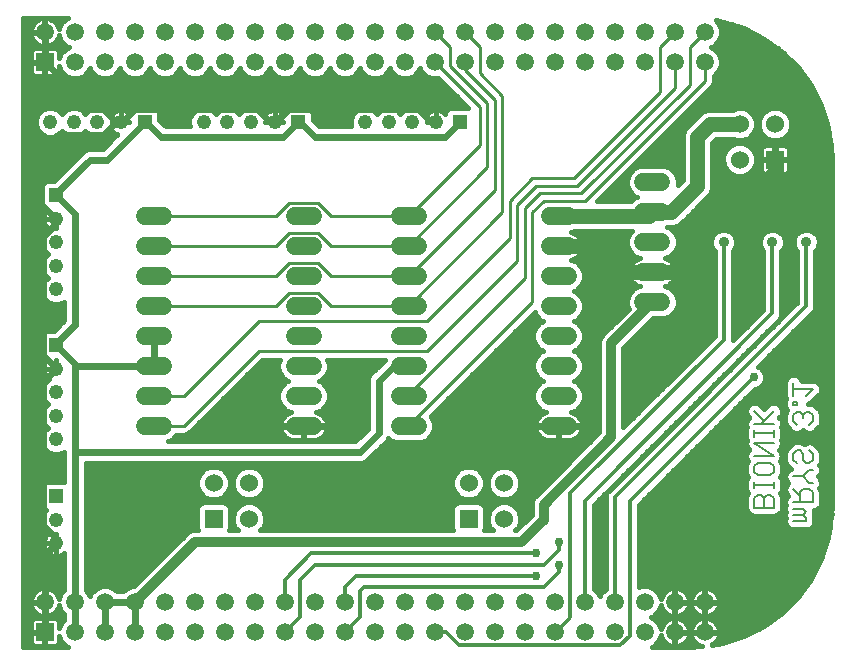
<source format=gbl>
G75*
%MOIN*%
%OFA0B0*%
%FSLAX25Y25*%
%IPPOS*%
%LPD*%
%AMOC8*
5,1,8,0,0,1.08239X$1,22.5*
%
%ADD10C,0.00600*%
%ADD11R,0.06024X0.06024*%
%ADD12C,0.06024*%
%ADD13C,0.06000*%
%ADD14R,0.05906X0.05906*%
%ADD15C,0.05906*%
%ADD16R,0.04800X0.04800*%
%ADD17C,0.04800*%
%ADD18C,0.01600*%
%ADD19C,0.05000*%
%ADD20C,0.02400*%
%ADD21C,0.03200*%
%ADD22C,0.01000*%
%ADD23C,0.01200*%
%ADD24C,0.03569*%
%ADD25C,0.02978*%
D10*
X0251550Y0050850D02*
X0251550Y0054053D01*
X0252618Y0055120D01*
X0253685Y0055120D01*
X0254753Y0054053D01*
X0254753Y0050850D01*
X0257955Y0050850D02*
X0251550Y0050850D01*
X0254753Y0054053D02*
X0255820Y0055120D01*
X0256888Y0055120D01*
X0257955Y0054053D01*
X0257955Y0050850D01*
X0264550Y0050529D02*
X0267753Y0050529D01*
X0268820Y0049461D01*
X0267753Y0048394D01*
X0264550Y0048394D01*
X0264550Y0046259D02*
X0268820Y0046259D01*
X0268820Y0047326D01*
X0267753Y0048394D01*
X0266685Y0052704D02*
X0266685Y0055907D01*
X0267753Y0056974D01*
X0269888Y0056974D01*
X0270955Y0055907D01*
X0270955Y0052704D01*
X0264550Y0052704D01*
X0266685Y0054839D02*
X0264550Y0056974D01*
X0264550Y0061285D02*
X0267753Y0061285D01*
X0269888Y0063420D01*
X0270955Y0063420D01*
X0269888Y0065595D02*
X0268820Y0065595D01*
X0267753Y0066663D01*
X0267753Y0068798D01*
X0266685Y0069865D01*
X0265618Y0069865D01*
X0264550Y0068798D01*
X0264550Y0066663D01*
X0265618Y0065595D01*
X0269888Y0065595D02*
X0270955Y0066663D01*
X0270955Y0068798D01*
X0269888Y0069865D01*
X0269888Y0078486D02*
X0270955Y0079554D01*
X0270955Y0081689D01*
X0269888Y0082756D01*
X0268820Y0082756D01*
X0267753Y0081689D01*
X0266685Y0082756D01*
X0265618Y0082756D01*
X0264550Y0081689D01*
X0264550Y0079554D01*
X0265618Y0078486D01*
X0267753Y0080621D02*
X0267753Y0081689D01*
X0265618Y0084932D02*
X0264550Y0084932D01*
X0264550Y0085999D01*
X0265618Y0085999D01*
X0265618Y0084932D01*
X0264550Y0088154D02*
X0264550Y0092425D01*
X0264550Y0090290D02*
X0270955Y0090290D01*
X0268820Y0088154D01*
X0257955Y0083051D02*
X0253685Y0078780D01*
X0254753Y0079848D02*
X0251550Y0083051D01*
X0251550Y0078780D02*
X0257955Y0078780D01*
X0257955Y0076619D02*
X0257955Y0074483D01*
X0257955Y0075551D02*
X0251550Y0075551D01*
X0251550Y0074483D02*
X0251550Y0076619D01*
X0251550Y0072308D02*
X0257955Y0072308D01*
X0257955Y0068038D02*
X0251550Y0068038D01*
X0252618Y0065863D02*
X0256888Y0065863D01*
X0257955Y0064795D01*
X0257955Y0062660D01*
X0256888Y0061592D01*
X0252618Y0061592D01*
X0251550Y0062660D01*
X0251550Y0064795D01*
X0252618Y0065863D01*
X0257955Y0068038D02*
X0251550Y0072308D01*
X0267753Y0061285D02*
X0269888Y0059150D01*
X0270955Y0059150D01*
X0257955Y0059431D02*
X0257955Y0057295D01*
X0257955Y0058363D02*
X0251550Y0058363D01*
X0251550Y0057295D02*
X0251550Y0059431D01*
D11*
X0156250Y0047144D03*
X0071250Y0047144D03*
X0258406Y0166800D03*
D12*
X0246594Y0166800D03*
X0246594Y0178611D03*
X0258406Y0178611D03*
X0168061Y0058956D03*
X0156250Y0058956D03*
X0168061Y0047144D03*
X0083061Y0047144D03*
X0083061Y0058956D03*
X0071250Y0058956D03*
D13*
X0054250Y0078050D02*
X0048250Y0078050D01*
X0048250Y0088050D02*
X0054250Y0088050D01*
X0054250Y0098050D02*
X0048250Y0098050D01*
X0048250Y0108050D02*
X0054250Y0108050D01*
X0054250Y0118050D02*
X0048250Y0118050D01*
X0048250Y0128050D02*
X0054250Y0128050D01*
X0054250Y0138050D02*
X0048250Y0138050D01*
X0048250Y0148050D02*
X0054250Y0148050D01*
X0098250Y0148050D02*
X0104250Y0148050D01*
X0104250Y0138050D02*
X0098250Y0138050D01*
X0098250Y0128050D02*
X0104250Y0128050D01*
X0104250Y0118050D02*
X0098250Y0118050D01*
X0098250Y0108050D02*
X0104250Y0108050D01*
X0104250Y0098050D02*
X0098250Y0098050D01*
X0098250Y0088050D02*
X0104250Y0088050D01*
X0104250Y0078050D02*
X0098250Y0078050D01*
X0133250Y0078050D02*
X0139250Y0078050D01*
X0139250Y0088050D02*
X0133250Y0088050D01*
X0133250Y0098050D02*
X0139250Y0098050D01*
X0139250Y0108050D02*
X0133250Y0108050D01*
X0133250Y0118050D02*
X0139250Y0118050D01*
X0139250Y0128050D02*
X0133250Y0128050D01*
X0133250Y0138050D02*
X0139250Y0138050D01*
X0139250Y0148050D02*
X0133250Y0148050D01*
X0183250Y0148050D02*
X0189250Y0148050D01*
X0189250Y0138050D02*
X0183250Y0138050D01*
X0183250Y0128050D02*
X0189250Y0128050D01*
X0189250Y0118050D02*
X0183250Y0118050D01*
X0183250Y0108050D02*
X0189250Y0108050D01*
X0189250Y0098050D02*
X0183250Y0098050D01*
X0183250Y0088050D02*
X0189250Y0088050D01*
X0189250Y0078050D02*
X0183250Y0078050D01*
X0214500Y0119300D02*
X0220500Y0119300D01*
X0220500Y0129300D02*
X0214500Y0129300D01*
X0214500Y0139300D02*
X0220500Y0139300D01*
X0220500Y0149300D02*
X0214500Y0149300D01*
X0214500Y0159300D02*
X0220500Y0159300D01*
D14*
X0015000Y0199300D03*
X0015000Y0009300D03*
D15*
X0015000Y0019300D03*
X0025000Y0019300D03*
X0035000Y0019300D03*
X0045000Y0019300D03*
X0055000Y0019300D03*
X0065000Y0019300D03*
X0065000Y0009300D03*
X0055000Y0009300D03*
X0045000Y0009300D03*
X0035000Y0009300D03*
X0025000Y0009300D03*
X0075000Y0009300D03*
X0085000Y0009300D03*
X0095000Y0009300D03*
X0105000Y0009300D03*
X0115000Y0009300D03*
X0115000Y0019300D03*
X0105000Y0019300D03*
X0095000Y0019300D03*
X0085000Y0019300D03*
X0075000Y0019300D03*
X0125000Y0019300D03*
X0135000Y0019300D03*
X0145000Y0019300D03*
X0155000Y0019300D03*
X0165000Y0019300D03*
X0165000Y0009300D03*
X0155000Y0009300D03*
X0145000Y0009300D03*
X0135000Y0009300D03*
X0125000Y0009300D03*
X0175000Y0009300D03*
X0185000Y0009300D03*
X0195000Y0009300D03*
X0205000Y0009300D03*
X0215000Y0009300D03*
X0215000Y0019300D03*
X0205000Y0019300D03*
X0195000Y0019300D03*
X0185000Y0019300D03*
X0175000Y0019300D03*
X0225000Y0019300D03*
X0235000Y0019300D03*
X0235000Y0009300D03*
X0225000Y0009300D03*
X0225000Y0199300D03*
X0235000Y0199300D03*
X0235000Y0209300D03*
X0225000Y0209300D03*
X0215000Y0209300D03*
X0205000Y0209300D03*
X0195000Y0209300D03*
X0185000Y0209300D03*
X0175000Y0209300D03*
X0165000Y0209300D03*
X0155000Y0209300D03*
X0145000Y0209300D03*
X0135000Y0209300D03*
X0125000Y0209300D03*
X0115000Y0209300D03*
X0105000Y0209300D03*
X0095000Y0209300D03*
X0085000Y0209300D03*
X0075000Y0209300D03*
X0065000Y0209300D03*
X0055000Y0209300D03*
X0045000Y0209300D03*
X0035000Y0209300D03*
X0025000Y0209300D03*
X0015000Y0209300D03*
X0025000Y0199300D03*
X0035000Y0199300D03*
X0045000Y0199300D03*
X0055000Y0199300D03*
X0065000Y0199300D03*
X0075000Y0199300D03*
X0085000Y0199300D03*
X0095000Y0199300D03*
X0105000Y0199300D03*
X0115000Y0199300D03*
X0125000Y0199300D03*
X0135000Y0199300D03*
X0145000Y0199300D03*
X0155000Y0199300D03*
X0165000Y0199300D03*
X0175000Y0199300D03*
X0185000Y0199300D03*
X0195000Y0199300D03*
X0205000Y0199300D03*
X0215000Y0199300D03*
D16*
X0153248Y0179300D03*
X0099498Y0179300D03*
X0048248Y0179300D03*
X0018750Y0155048D03*
X0018750Y0105048D03*
X0018750Y0054674D03*
D17*
X0018750Y0046800D03*
X0018750Y0038926D03*
X0018750Y0073552D03*
X0018750Y0081426D03*
X0018750Y0089300D03*
X0018750Y0097174D03*
X0018750Y0123552D03*
X0018750Y0131426D03*
X0018750Y0139300D03*
X0018750Y0147174D03*
X0016752Y0179300D03*
X0024626Y0179300D03*
X0032500Y0179300D03*
X0040374Y0179300D03*
X0068002Y0179300D03*
X0075876Y0179300D03*
X0083750Y0179300D03*
X0091624Y0179300D03*
X0121752Y0179300D03*
X0129626Y0179300D03*
X0137500Y0179300D03*
X0145374Y0179300D03*
D18*
X0007650Y0214150D02*
X0007650Y0004450D01*
X0022722Y0004450D01*
X0021968Y0004762D01*
X0020462Y0006268D01*
X0019753Y0007981D01*
X0019753Y0006110D01*
X0019630Y0005652D01*
X0019393Y0005242D01*
X0019058Y0004907D01*
X0018648Y0004670D01*
X0018190Y0004547D01*
X0015184Y0004547D01*
X0015184Y0009116D01*
X0014816Y0009116D01*
X0014816Y0004547D01*
X0011810Y0004547D01*
X0011352Y0004670D01*
X0010942Y0004907D01*
X0010607Y0005242D01*
X0010370Y0005652D01*
X0010247Y0006110D01*
X0010247Y0009116D01*
X0014816Y0009116D01*
X0014816Y0009484D01*
X0010247Y0009484D01*
X0010247Y0012490D01*
X0010370Y0012948D01*
X0010607Y0013358D01*
X0010942Y0013693D01*
X0011352Y0013930D01*
X0011810Y0014053D01*
X0014816Y0014053D01*
X0014816Y0009484D01*
X0015184Y0009484D01*
X0015184Y0014053D01*
X0018190Y0014053D01*
X0018648Y0013930D01*
X0019058Y0013693D01*
X0019393Y0013358D01*
X0019630Y0012948D01*
X0019753Y0012490D01*
X0019753Y0010619D01*
X0020462Y0012332D01*
X0021400Y0013270D01*
X0021400Y0015330D01*
X0020462Y0016268D01*
X0019647Y0018235D01*
X0019647Y0018260D01*
X0019636Y0018187D01*
X0019405Y0017476D01*
X0019065Y0016809D01*
X0018625Y0016204D01*
X0018096Y0015675D01*
X0017491Y0015235D01*
X0016824Y0014895D01*
X0016113Y0014664D01*
X0015374Y0014547D01*
X0015184Y0014547D01*
X0015184Y0019116D01*
X0014816Y0019116D01*
X0014816Y0014547D01*
X0014626Y0014547D01*
X0013887Y0014664D01*
X0013176Y0014895D01*
X0012509Y0015235D01*
X0011904Y0015675D01*
X0011375Y0016204D01*
X0010935Y0016809D01*
X0010595Y0017476D01*
X0010364Y0018187D01*
X0010247Y0018926D01*
X0010247Y0019116D01*
X0014816Y0019116D01*
X0014816Y0019484D01*
X0010247Y0019484D01*
X0010247Y0019674D01*
X0010364Y0020413D01*
X0010595Y0021124D01*
X0010935Y0021791D01*
X0011375Y0022396D01*
X0011904Y0022925D01*
X0012509Y0023365D01*
X0013176Y0023705D01*
X0013887Y0023936D01*
X0014626Y0024053D01*
X0014816Y0024053D01*
X0014816Y0019484D01*
X0015184Y0019484D01*
X0015184Y0024053D01*
X0015374Y0024053D01*
X0016113Y0023936D01*
X0016824Y0023705D01*
X0017491Y0023365D01*
X0018096Y0022925D01*
X0018625Y0022396D01*
X0019065Y0021791D01*
X0019405Y0021124D01*
X0019636Y0020413D01*
X0019647Y0020340D01*
X0019647Y0020365D01*
X0020462Y0022332D01*
X0021400Y0023270D01*
X0021400Y0035660D01*
X0020951Y0035334D01*
X0020362Y0035034D01*
X0019734Y0034829D01*
X0019081Y0034726D01*
X0018750Y0034726D01*
X0018750Y0038926D01*
X0018750Y0038926D01*
X0018750Y0042000D01*
X0018750Y0042000D01*
X0018750Y0038926D01*
X0018750Y0038926D01*
X0014550Y0038926D01*
X0014550Y0039257D01*
X0014653Y0039909D01*
X0014858Y0040538D01*
X0015158Y0041127D01*
X0015546Y0041662D01*
X0016014Y0042130D01*
X0016547Y0042517D01*
X0016031Y0042731D01*
X0014681Y0044081D01*
X0013950Y0045845D01*
X0013950Y0047755D01*
X0014681Y0049519D01*
X0015281Y0050119D01*
X0014991Y0050239D01*
X0014315Y0050915D01*
X0013950Y0051797D01*
X0013950Y0057551D01*
X0014315Y0058434D01*
X0014991Y0059109D01*
X0015873Y0059474D01*
X0021400Y0059474D01*
X0021400Y0069454D01*
X0019705Y0068752D01*
X0017795Y0068752D01*
X0016031Y0069483D01*
X0014681Y0070833D01*
X0013950Y0072597D01*
X0013950Y0074507D01*
X0014681Y0076271D01*
X0015899Y0077489D01*
X0014681Y0078707D01*
X0013950Y0080471D01*
X0013950Y0082381D01*
X0014681Y0084145D01*
X0015899Y0085363D01*
X0014681Y0086581D01*
X0013950Y0088345D01*
X0013950Y0090255D01*
X0014681Y0092019D01*
X0016031Y0093369D01*
X0016547Y0093583D01*
X0016014Y0093970D01*
X0015546Y0094438D01*
X0015158Y0094973D01*
X0014858Y0095562D01*
X0014653Y0096191D01*
X0014550Y0096843D01*
X0014550Y0097174D01*
X0018750Y0097174D01*
X0018750Y0099957D01*
X0018750Y0099957D01*
X0018750Y0097174D01*
X0018750Y0097174D01*
X0018750Y0097174D01*
X0014550Y0097174D01*
X0014550Y0097505D01*
X0014653Y0098158D01*
X0014858Y0098786D01*
X0015158Y0099375D01*
X0015546Y0099910D01*
X0015884Y0100248D01*
X0015873Y0100248D01*
X0014991Y0100613D01*
X0014315Y0101289D01*
X0013950Y0102171D01*
X0013950Y0107925D01*
X0014315Y0108808D01*
X0014991Y0109483D01*
X0015873Y0109848D01*
X0017957Y0109848D01*
X0021400Y0113291D01*
X0021400Y0119454D01*
X0019705Y0118752D01*
X0017795Y0118752D01*
X0016031Y0119483D01*
X0014681Y0120833D01*
X0013950Y0122597D01*
X0013950Y0124507D01*
X0014681Y0126271D01*
X0015899Y0127489D01*
X0014681Y0128707D01*
X0013950Y0130471D01*
X0013950Y0132381D01*
X0014681Y0134145D01*
X0015899Y0135363D01*
X0014681Y0136581D01*
X0013950Y0138345D01*
X0013950Y0140255D01*
X0014681Y0142019D01*
X0016031Y0143369D01*
X0016547Y0143583D01*
X0016014Y0143970D01*
X0015546Y0144438D01*
X0015158Y0144973D01*
X0014858Y0145562D01*
X0014653Y0146191D01*
X0014550Y0146843D01*
X0014550Y0147174D01*
X0018750Y0147174D01*
X0018750Y0144100D01*
X0018750Y0144100D01*
X0018750Y0147174D01*
X0018750Y0147174D01*
X0018750Y0147174D01*
X0014550Y0147174D01*
X0014550Y0147505D01*
X0014653Y0148158D01*
X0014858Y0148786D01*
X0015158Y0149375D01*
X0015546Y0149910D01*
X0015884Y0150248D01*
X0015873Y0150248D01*
X0014991Y0150613D01*
X0014315Y0151289D01*
X0013950Y0152171D01*
X0013950Y0157925D01*
X0014315Y0158808D01*
X0014991Y0159483D01*
X0015873Y0159848D01*
X0017957Y0159848D01*
X0026948Y0168839D01*
X0027961Y0169852D01*
X0029284Y0170400D01*
X0034257Y0170400D01*
X0039141Y0175284D01*
X0038762Y0175408D01*
X0038173Y0175708D01*
X0037638Y0176096D01*
X0037170Y0176564D01*
X0036783Y0177097D01*
X0036569Y0176581D01*
X0035219Y0175231D01*
X0033455Y0174500D01*
X0031545Y0174500D01*
X0029781Y0175231D01*
X0028563Y0176449D01*
X0027345Y0175231D01*
X0025581Y0174500D01*
X0023671Y0174500D01*
X0021907Y0175231D01*
X0020689Y0176449D01*
X0019471Y0175231D01*
X0017707Y0174500D01*
X0015797Y0174500D01*
X0014033Y0175231D01*
X0012683Y0176581D01*
X0011952Y0178345D01*
X0011952Y0180255D01*
X0012683Y0182019D01*
X0014033Y0183369D01*
X0015797Y0184100D01*
X0017707Y0184100D01*
X0019471Y0183369D01*
X0020689Y0182151D01*
X0021907Y0183369D01*
X0023671Y0184100D01*
X0025581Y0184100D01*
X0027345Y0183369D01*
X0028563Y0182151D01*
X0029781Y0183369D01*
X0031545Y0184100D01*
X0033455Y0184100D01*
X0035219Y0183369D01*
X0036569Y0182019D01*
X0036783Y0181503D01*
X0037170Y0182036D01*
X0037638Y0182504D01*
X0038173Y0182892D01*
X0038762Y0183192D01*
X0039391Y0183397D01*
X0040043Y0183500D01*
X0040374Y0183500D01*
X0040374Y0179300D01*
X0037300Y0179300D01*
X0037300Y0179300D01*
X0040374Y0179300D01*
X0040374Y0179300D01*
X0040374Y0179300D01*
X0040374Y0183500D01*
X0040705Y0183500D01*
X0041358Y0183397D01*
X0041986Y0183192D01*
X0042575Y0182892D01*
X0043110Y0182504D01*
X0043448Y0182166D01*
X0043448Y0182177D01*
X0043813Y0183059D01*
X0044489Y0183735D01*
X0045371Y0184100D01*
X0051125Y0184100D01*
X0052008Y0183735D01*
X0052683Y0183059D01*
X0053048Y0182177D01*
X0053048Y0180093D01*
X0055241Y0177900D01*
X0063386Y0177900D01*
X0063202Y0178345D01*
X0063202Y0180255D01*
X0063933Y0182019D01*
X0065283Y0183369D01*
X0067047Y0184100D01*
X0068957Y0184100D01*
X0070721Y0183369D01*
X0071939Y0182151D01*
X0073157Y0183369D01*
X0074921Y0184100D01*
X0076831Y0184100D01*
X0078595Y0183369D01*
X0079813Y0182151D01*
X0081031Y0183369D01*
X0082795Y0184100D01*
X0084705Y0184100D01*
X0086469Y0183369D01*
X0087819Y0182019D01*
X0088033Y0181503D01*
X0088420Y0182036D01*
X0088888Y0182504D01*
X0089423Y0182892D01*
X0090012Y0183192D01*
X0090641Y0183397D01*
X0091293Y0183500D01*
X0091624Y0183500D01*
X0091624Y0179300D01*
X0088550Y0179300D01*
X0088550Y0179300D01*
X0091624Y0179300D01*
X0091624Y0179300D01*
X0091624Y0179300D01*
X0091624Y0183500D01*
X0091955Y0183500D01*
X0092608Y0183397D01*
X0093236Y0183192D01*
X0093825Y0182892D01*
X0094360Y0182504D01*
X0094698Y0182166D01*
X0094698Y0182177D01*
X0095063Y0183059D01*
X0095739Y0183735D01*
X0096621Y0184100D01*
X0102375Y0184100D01*
X0103258Y0183735D01*
X0103933Y0183059D01*
X0104298Y0182177D01*
X0104298Y0180093D01*
X0106491Y0177900D01*
X0117136Y0177900D01*
X0116952Y0178345D01*
X0116952Y0180255D01*
X0117683Y0182019D01*
X0119033Y0183369D01*
X0120797Y0184100D01*
X0122707Y0184100D01*
X0124471Y0183369D01*
X0125689Y0182151D01*
X0126907Y0183369D01*
X0128671Y0184100D01*
X0130581Y0184100D01*
X0132345Y0183369D01*
X0133563Y0182151D01*
X0134781Y0183369D01*
X0136545Y0184100D01*
X0138455Y0184100D01*
X0140219Y0183369D01*
X0141569Y0182019D01*
X0141783Y0181503D01*
X0142170Y0182036D01*
X0142638Y0182504D01*
X0143173Y0182892D01*
X0143762Y0183192D01*
X0144391Y0183397D01*
X0145043Y0183500D01*
X0145374Y0183500D01*
X0145374Y0179300D01*
X0142300Y0179300D01*
X0142300Y0179300D01*
X0145374Y0179300D01*
X0145374Y0179300D01*
X0145374Y0179300D01*
X0145374Y0183500D01*
X0145705Y0183500D01*
X0146358Y0183397D01*
X0146986Y0183192D01*
X0147575Y0182892D01*
X0148110Y0182504D01*
X0148448Y0182166D01*
X0148448Y0182177D01*
X0148813Y0183059D01*
X0149489Y0183735D01*
X0150371Y0184100D01*
X0156099Y0184100D01*
X0146197Y0194002D01*
X0146065Y0193947D01*
X0143935Y0193947D01*
X0141968Y0194762D01*
X0140462Y0196268D01*
X0140000Y0197384D01*
X0139538Y0196268D01*
X0138032Y0194762D01*
X0136065Y0193947D01*
X0133935Y0193947D01*
X0131968Y0194762D01*
X0130462Y0196268D01*
X0130000Y0197384D01*
X0129538Y0196268D01*
X0128032Y0194762D01*
X0126065Y0193947D01*
X0123935Y0193947D01*
X0121968Y0194762D01*
X0120462Y0196268D01*
X0120000Y0197384D01*
X0119538Y0196268D01*
X0118032Y0194762D01*
X0116065Y0193947D01*
X0113935Y0193947D01*
X0111968Y0194762D01*
X0110462Y0196268D01*
X0110000Y0197384D01*
X0109538Y0196268D01*
X0108032Y0194762D01*
X0106065Y0193947D01*
X0103935Y0193947D01*
X0101968Y0194762D01*
X0100462Y0196268D01*
X0100000Y0197384D01*
X0099538Y0196268D01*
X0098032Y0194762D01*
X0096065Y0193947D01*
X0093935Y0193947D01*
X0091968Y0194762D01*
X0090462Y0196268D01*
X0090000Y0197384D01*
X0089538Y0196268D01*
X0088032Y0194762D01*
X0086065Y0193947D01*
X0083935Y0193947D01*
X0081968Y0194762D01*
X0080462Y0196268D01*
X0080000Y0197384D01*
X0079538Y0196268D01*
X0078032Y0194762D01*
X0076065Y0193947D01*
X0073935Y0193947D01*
X0071968Y0194762D01*
X0070462Y0196268D01*
X0070000Y0197384D01*
X0069538Y0196268D01*
X0068032Y0194762D01*
X0066065Y0193947D01*
X0063935Y0193947D01*
X0061968Y0194762D01*
X0060462Y0196268D01*
X0060000Y0197384D01*
X0059538Y0196268D01*
X0058032Y0194762D01*
X0056065Y0193947D01*
X0053935Y0193947D01*
X0051968Y0194762D01*
X0050462Y0196268D01*
X0050000Y0197384D01*
X0049538Y0196268D01*
X0048032Y0194762D01*
X0046065Y0193947D01*
X0043935Y0193947D01*
X0041968Y0194762D01*
X0040462Y0196268D01*
X0040000Y0197384D01*
X0039538Y0196268D01*
X0038032Y0194762D01*
X0036065Y0193947D01*
X0033935Y0193947D01*
X0031968Y0194762D01*
X0030462Y0196268D01*
X0030000Y0197384D01*
X0029538Y0196268D01*
X0028032Y0194762D01*
X0026065Y0193947D01*
X0023935Y0193947D01*
X0021968Y0194762D01*
X0020462Y0196268D01*
X0019753Y0197981D01*
X0019753Y0196110D01*
X0019630Y0195652D01*
X0019393Y0195242D01*
X0019058Y0194907D01*
X0018648Y0194670D01*
X0018190Y0194547D01*
X0015184Y0194547D01*
X0015184Y0199116D01*
X0014816Y0199116D01*
X0014816Y0194547D01*
X0011810Y0194547D01*
X0011352Y0194670D01*
X0010942Y0194907D01*
X0010607Y0195242D01*
X0010370Y0195652D01*
X0010247Y0196110D01*
X0010247Y0199116D01*
X0014816Y0199116D01*
X0014816Y0199484D01*
X0010247Y0199484D01*
X0010247Y0202490D01*
X0010370Y0202948D01*
X0010607Y0203358D01*
X0010942Y0203693D01*
X0011352Y0203930D01*
X0011810Y0204053D01*
X0014816Y0204053D01*
X0014816Y0199484D01*
X0015184Y0199484D01*
X0015184Y0204053D01*
X0018190Y0204053D01*
X0018648Y0203930D01*
X0019058Y0203693D01*
X0019393Y0203358D01*
X0019630Y0202948D01*
X0019753Y0202490D01*
X0019753Y0200619D01*
X0020462Y0202332D01*
X0021968Y0203838D01*
X0023084Y0204300D01*
X0021968Y0204762D01*
X0020462Y0206268D01*
X0019647Y0208235D01*
X0019647Y0208260D01*
X0019636Y0208187D01*
X0019405Y0207476D01*
X0019065Y0206809D01*
X0018625Y0206204D01*
X0018096Y0205675D01*
X0017491Y0205235D01*
X0016824Y0204895D01*
X0016113Y0204664D01*
X0015374Y0204547D01*
X0015184Y0204547D01*
X0015184Y0209116D01*
X0014816Y0209116D01*
X0014816Y0204547D01*
X0014626Y0204547D01*
X0013887Y0204664D01*
X0013176Y0204895D01*
X0012509Y0205235D01*
X0011904Y0205675D01*
X0011375Y0206204D01*
X0010935Y0206809D01*
X0010595Y0207476D01*
X0010364Y0208187D01*
X0010247Y0208926D01*
X0010247Y0209116D01*
X0014816Y0209116D01*
X0014816Y0209484D01*
X0010247Y0209484D01*
X0010247Y0209674D01*
X0010364Y0210413D01*
X0010595Y0211124D01*
X0010935Y0211791D01*
X0011375Y0212396D01*
X0011904Y0212925D01*
X0012509Y0213365D01*
X0013176Y0213705D01*
X0013887Y0213936D01*
X0014626Y0214053D01*
X0014816Y0214053D01*
X0014816Y0209484D01*
X0015184Y0209484D01*
X0015184Y0214053D01*
X0015374Y0214053D01*
X0016113Y0213936D01*
X0016824Y0213705D01*
X0017491Y0213365D01*
X0018096Y0212925D01*
X0018625Y0212396D01*
X0019065Y0211791D01*
X0019405Y0211124D01*
X0019636Y0210413D01*
X0019647Y0210340D01*
X0019647Y0210365D01*
X0020462Y0212332D01*
X0021968Y0213838D01*
X0022722Y0214150D01*
X0007650Y0214150D01*
X0007650Y0213501D02*
X0012775Y0213501D01*
X0014816Y0213501D02*
X0015184Y0213501D01*
X0015184Y0211902D02*
X0014816Y0211902D01*
X0014816Y0210303D02*
X0015184Y0210303D01*
X0015184Y0208705D02*
X0014816Y0208705D01*
X0014816Y0207106D02*
X0015184Y0207106D01*
X0015184Y0205508D02*
X0014816Y0205508D01*
X0014816Y0203909D02*
X0015184Y0203909D01*
X0015184Y0202311D02*
X0014816Y0202311D01*
X0014816Y0200712D02*
X0015184Y0200712D01*
X0015184Y0199114D02*
X0014816Y0199114D01*
X0014816Y0197515D02*
X0015184Y0197515D01*
X0015184Y0195917D02*
X0014816Y0195917D01*
X0010299Y0195917D02*
X0007650Y0195917D01*
X0007650Y0197515D02*
X0010247Y0197515D01*
X0010247Y0199114D02*
X0007650Y0199114D01*
X0007650Y0200712D02*
X0010247Y0200712D01*
X0010247Y0202311D02*
X0007650Y0202311D01*
X0007650Y0203909D02*
X0011317Y0203909D01*
X0012133Y0205508D02*
X0007650Y0205508D01*
X0007650Y0207106D02*
X0010784Y0207106D01*
X0010282Y0208705D02*
X0007650Y0208705D01*
X0007650Y0210303D02*
X0010347Y0210303D01*
X0011016Y0211902D02*
X0007650Y0211902D01*
X0017225Y0213501D02*
X0021631Y0213501D01*
X0020284Y0211902D02*
X0018984Y0211902D01*
X0019216Y0207106D02*
X0020115Y0207106D01*
X0021222Y0205508D02*
X0017867Y0205508D01*
X0018683Y0203909D02*
X0022141Y0203909D01*
X0020453Y0202311D02*
X0019753Y0202311D01*
X0019753Y0200712D02*
X0019791Y0200712D01*
X0019753Y0197515D02*
X0019945Y0197515D01*
X0019701Y0195917D02*
X0020813Y0195917D01*
X0023039Y0194318D02*
X0007650Y0194318D01*
X0007650Y0192720D02*
X0147479Y0192720D01*
X0149077Y0191121D02*
X0007650Y0191121D01*
X0007650Y0189523D02*
X0150676Y0189523D01*
X0152274Y0187924D02*
X0007650Y0187924D01*
X0007650Y0186326D02*
X0153873Y0186326D01*
X0155471Y0184727D02*
X0007650Y0184727D01*
X0007650Y0183129D02*
X0013793Y0183129D01*
X0012480Y0181530D02*
X0007650Y0181530D01*
X0007650Y0179932D02*
X0011952Y0179932D01*
X0011957Y0178333D02*
X0007650Y0178333D01*
X0007650Y0176735D02*
X0012619Y0176735D01*
X0014261Y0175136D02*
X0007650Y0175136D01*
X0007650Y0173538D02*
X0037395Y0173538D01*
X0038993Y0175136D02*
X0034991Y0175136D01*
X0036633Y0176735D02*
X0037046Y0176735D01*
X0040374Y0179300D02*
X0043157Y0179300D01*
X0043157Y0179300D01*
X0040374Y0179300D01*
X0040374Y0179300D01*
X0040374Y0179932D02*
X0040374Y0179932D01*
X0040374Y0181530D02*
X0040374Y0181530D01*
X0040374Y0183129D02*
X0040374Y0183129D01*
X0038637Y0183129D02*
X0035459Y0183129D01*
X0036772Y0181530D02*
X0036803Y0181530D01*
X0042111Y0183129D02*
X0043883Y0183129D01*
X0052613Y0183129D02*
X0065043Y0183129D01*
X0063730Y0181530D02*
X0053048Y0181530D01*
X0053209Y0179932D02*
X0063202Y0179932D01*
X0063207Y0178333D02*
X0054808Y0178333D01*
X0070961Y0183129D02*
X0072917Y0183129D01*
X0078835Y0183129D02*
X0080791Y0183129D01*
X0086709Y0183129D02*
X0089887Y0183129D01*
X0091624Y0183129D02*
X0091624Y0183129D01*
X0091624Y0181530D02*
X0091624Y0181530D01*
X0091624Y0179932D02*
X0091624Y0179932D01*
X0091624Y0179300D02*
X0094407Y0179300D01*
X0094407Y0179300D01*
X0091624Y0179300D01*
X0091624Y0179300D01*
X0088053Y0181530D02*
X0088022Y0181530D01*
X0093361Y0183129D02*
X0095133Y0183129D01*
X0103863Y0183129D02*
X0118793Y0183129D01*
X0117480Y0181530D02*
X0104298Y0181530D01*
X0104459Y0179932D02*
X0116952Y0179932D01*
X0116957Y0178333D02*
X0106058Y0178333D01*
X0124711Y0183129D02*
X0126667Y0183129D01*
X0132585Y0183129D02*
X0134541Y0183129D01*
X0140459Y0183129D02*
X0143637Y0183129D01*
X0145374Y0183129D02*
X0145374Y0183129D01*
X0145374Y0181530D02*
X0145374Y0181530D01*
X0145374Y0179932D02*
X0145374Y0179932D01*
X0147111Y0183129D02*
X0148883Y0183129D01*
X0141803Y0181530D02*
X0141772Y0181530D01*
X0143039Y0194318D02*
X0136961Y0194318D01*
X0139187Y0195917D02*
X0140813Y0195917D01*
X0133039Y0194318D02*
X0126961Y0194318D01*
X0129187Y0195917D02*
X0130813Y0195917D01*
X0123039Y0194318D02*
X0116961Y0194318D01*
X0119187Y0195917D02*
X0120813Y0195917D01*
X0113039Y0194318D02*
X0106961Y0194318D01*
X0109187Y0195917D02*
X0110813Y0195917D01*
X0103039Y0194318D02*
X0096961Y0194318D01*
X0099187Y0195917D02*
X0100813Y0195917D01*
X0093039Y0194318D02*
X0086961Y0194318D01*
X0089187Y0195917D02*
X0090813Y0195917D01*
X0083039Y0194318D02*
X0076961Y0194318D01*
X0079187Y0195917D02*
X0080813Y0195917D01*
X0073039Y0194318D02*
X0066961Y0194318D01*
X0069187Y0195917D02*
X0070813Y0195917D01*
X0063039Y0194318D02*
X0056961Y0194318D01*
X0059187Y0195917D02*
X0060813Y0195917D01*
X0053039Y0194318D02*
X0046961Y0194318D01*
X0049187Y0195917D02*
X0050813Y0195917D01*
X0043039Y0194318D02*
X0036961Y0194318D01*
X0039187Y0195917D02*
X0040813Y0195917D01*
X0033039Y0194318D02*
X0026961Y0194318D01*
X0029187Y0195917D02*
X0030813Y0195917D01*
X0029541Y0183129D02*
X0027585Y0183129D01*
X0021667Y0183129D02*
X0019711Y0183129D01*
X0019243Y0175136D02*
X0022135Y0175136D01*
X0027117Y0175136D02*
X0030009Y0175136D01*
X0029141Y0170341D02*
X0007650Y0170341D01*
X0007650Y0171939D02*
X0035796Y0171939D01*
X0026851Y0168742D02*
X0007650Y0168742D01*
X0007650Y0167144D02*
X0025253Y0167144D01*
X0023654Y0165545D02*
X0007650Y0165545D01*
X0007650Y0163947D02*
X0022055Y0163947D01*
X0020457Y0162348D02*
X0007650Y0162348D01*
X0007650Y0160750D02*
X0018858Y0160750D01*
X0014659Y0159151D02*
X0007650Y0159151D01*
X0007650Y0157553D02*
X0013950Y0157553D01*
X0013950Y0155954D02*
X0007650Y0155954D01*
X0007650Y0154356D02*
X0013950Y0154356D01*
X0013950Y0152757D02*
X0007650Y0152757D01*
X0007650Y0151159D02*
X0014445Y0151159D01*
X0015292Y0149560D02*
X0007650Y0149560D01*
X0007650Y0147962D02*
X0014622Y0147962D01*
X0014626Y0146363D02*
X0007650Y0146363D01*
X0007650Y0144765D02*
X0015309Y0144765D01*
X0015828Y0143166D02*
X0007650Y0143166D01*
X0007650Y0141568D02*
X0014494Y0141568D01*
X0013950Y0139969D02*
X0007650Y0139969D01*
X0007650Y0138370D02*
X0013950Y0138370D01*
X0014602Y0136772D02*
X0007650Y0136772D01*
X0007650Y0135173D02*
X0015709Y0135173D01*
X0014445Y0133575D02*
X0007650Y0133575D01*
X0007650Y0131976D02*
X0013950Y0131976D01*
X0013989Y0130378D02*
X0007650Y0130378D01*
X0007650Y0128779D02*
X0014651Y0128779D01*
X0015591Y0127181D02*
X0007650Y0127181D01*
X0007650Y0125582D02*
X0014396Y0125582D01*
X0013950Y0123984D02*
X0007650Y0123984D01*
X0007650Y0122385D02*
X0014038Y0122385D01*
X0014727Y0120787D02*
X0007650Y0120787D01*
X0007650Y0119188D02*
X0016742Y0119188D01*
X0020758Y0119188D02*
X0021400Y0119188D01*
X0021400Y0117590D02*
X0007650Y0117590D01*
X0007650Y0115991D02*
X0021400Y0115991D01*
X0021400Y0114393D02*
X0007650Y0114393D01*
X0007650Y0112794D02*
X0020903Y0112794D01*
X0019305Y0111196D02*
X0007650Y0111196D01*
X0007650Y0109597D02*
X0015267Y0109597D01*
X0013980Y0107999D02*
X0007650Y0107999D01*
X0007650Y0106400D02*
X0013950Y0106400D01*
X0013950Y0104802D02*
X0007650Y0104802D01*
X0007650Y0103203D02*
X0013950Y0103203D01*
X0014184Y0101605D02*
X0007650Y0101605D01*
X0007650Y0100006D02*
X0015643Y0100006D01*
X0014735Y0098408D02*
X0007650Y0098408D01*
X0007650Y0096809D02*
X0014555Y0096809D01*
X0015037Y0095211D02*
X0007650Y0095211D01*
X0007650Y0093612D02*
X0016507Y0093612D01*
X0014679Y0092014D02*
X0007650Y0092014D01*
X0007650Y0090415D02*
X0014016Y0090415D01*
X0013950Y0088817D02*
X0007650Y0088817D01*
X0007650Y0087218D02*
X0014417Y0087218D01*
X0015642Y0085620D02*
X0007650Y0085620D01*
X0007650Y0084021D02*
X0014629Y0084021D01*
X0013967Y0082423D02*
X0007650Y0082423D01*
X0007650Y0080824D02*
X0013950Y0080824D01*
X0014466Y0079226D02*
X0007650Y0079226D01*
X0007650Y0077627D02*
X0015761Y0077627D01*
X0014580Y0076029D02*
X0007650Y0076029D01*
X0007650Y0074430D02*
X0013950Y0074430D01*
X0013950Y0072832D02*
X0007650Y0072832D01*
X0007650Y0071233D02*
X0014515Y0071233D01*
X0015879Y0069634D02*
X0007650Y0069634D01*
X0007650Y0068036D02*
X0021400Y0068036D01*
X0021400Y0066437D02*
X0007650Y0066437D01*
X0007650Y0064839D02*
X0021400Y0064839D01*
X0021400Y0063240D02*
X0007650Y0063240D01*
X0007650Y0061642D02*
X0021400Y0061642D01*
X0021400Y0060043D02*
X0007650Y0060043D01*
X0007650Y0058445D02*
X0014327Y0058445D01*
X0013950Y0056846D02*
X0007650Y0056846D01*
X0007650Y0055248D02*
X0013950Y0055248D01*
X0013950Y0053649D02*
X0007650Y0053649D01*
X0007650Y0052051D02*
X0013950Y0052051D01*
X0014778Y0050452D02*
X0007650Y0050452D01*
X0007650Y0048854D02*
X0014405Y0048854D01*
X0013950Y0047255D02*
X0007650Y0047255D01*
X0007650Y0045657D02*
X0014028Y0045657D01*
X0014703Y0044058D02*
X0007650Y0044058D01*
X0007650Y0042460D02*
X0016468Y0042460D01*
X0015022Y0040861D02*
X0007650Y0040861D01*
X0007650Y0039263D02*
X0014551Y0039263D01*
X0014550Y0038926D02*
X0014550Y0038595D01*
X0014653Y0037942D01*
X0014858Y0037314D01*
X0015158Y0036725D01*
X0015546Y0036190D01*
X0016014Y0035722D01*
X0016549Y0035334D01*
X0017138Y0035034D01*
X0017766Y0034829D01*
X0018419Y0034726D01*
X0018750Y0034726D01*
X0018750Y0038926D01*
X0018750Y0038926D01*
X0014550Y0038926D01*
X0014744Y0037664D02*
X0007650Y0037664D01*
X0007650Y0036066D02*
X0015671Y0036066D01*
X0018750Y0036066D02*
X0018750Y0036066D01*
X0018750Y0037664D02*
X0018750Y0037664D01*
X0018750Y0039263D02*
X0018750Y0039263D01*
X0018750Y0040861D02*
X0018750Y0040861D01*
X0021400Y0034467D02*
X0007650Y0034467D01*
X0007650Y0032869D02*
X0021400Y0032869D01*
X0021400Y0031270D02*
X0007650Y0031270D01*
X0007650Y0029672D02*
X0021400Y0029672D01*
X0021400Y0028073D02*
X0007650Y0028073D01*
X0007650Y0026475D02*
X0021400Y0026475D01*
X0021400Y0024876D02*
X0007650Y0024876D01*
X0007650Y0023278D02*
X0012389Y0023278D01*
X0010878Y0021679D02*
X0007650Y0021679D01*
X0007650Y0020081D02*
X0010312Y0020081D01*
X0010318Y0018482D02*
X0007650Y0018482D01*
X0007650Y0016884D02*
X0010897Y0016884D01*
X0012440Y0015285D02*
X0007650Y0015285D01*
X0007650Y0013687D02*
X0010936Y0013687D01*
X0010247Y0012088D02*
X0007650Y0012088D01*
X0007650Y0010490D02*
X0010247Y0010490D01*
X0010247Y0008891D02*
X0007650Y0008891D01*
X0007650Y0007293D02*
X0010247Y0007293D01*
X0010359Y0005694D02*
X0007650Y0005694D01*
X0014816Y0005694D02*
X0015184Y0005694D01*
X0015184Y0007293D02*
X0014816Y0007293D01*
X0014816Y0008891D02*
X0015184Y0008891D01*
X0015184Y0010490D02*
X0014816Y0010490D01*
X0014816Y0012088D02*
X0015184Y0012088D01*
X0015184Y0013687D02*
X0014816Y0013687D01*
X0014816Y0015285D02*
X0015184Y0015285D01*
X0015184Y0016884D02*
X0014816Y0016884D01*
X0014816Y0018482D02*
X0015184Y0018482D01*
X0015184Y0020081D02*
X0014816Y0020081D01*
X0014816Y0021679D02*
X0015184Y0021679D01*
X0015184Y0023278D02*
X0014816Y0023278D01*
X0017611Y0023278D02*
X0021400Y0023278D01*
X0020192Y0021679D02*
X0019122Y0021679D01*
X0019103Y0016884D02*
X0020207Y0016884D01*
X0021400Y0015285D02*
X0017560Y0015285D01*
X0019064Y0013687D02*
X0021400Y0013687D01*
X0020361Y0012088D02*
X0019753Y0012088D01*
X0019753Y0007293D02*
X0020038Y0007293D01*
X0019641Y0005694D02*
X0021036Y0005694D01*
X0030000Y0021216D02*
X0029538Y0022332D01*
X0028600Y0023270D01*
X0028600Y0065700D01*
X0120716Y0065700D01*
X0122039Y0066248D01*
X0128289Y0072498D01*
X0129302Y0073511D01*
X0129551Y0074112D01*
X0130191Y0073472D01*
X0132176Y0072650D01*
X0140324Y0072650D01*
X0142309Y0073472D01*
X0143828Y0074991D01*
X0144650Y0076976D01*
X0144650Y0079124D01*
X0143828Y0081109D01*
X0143619Y0081318D01*
X0178268Y0115967D01*
X0178672Y0114991D01*
X0180191Y0113472D01*
X0181210Y0113050D01*
X0180191Y0112628D01*
X0178672Y0111109D01*
X0177850Y0109124D01*
X0177850Y0106976D01*
X0178672Y0104991D01*
X0180191Y0103472D01*
X0181210Y0103050D01*
X0180191Y0102628D01*
X0178672Y0101109D01*
X0177850Y0099124D01*
X0177850Y0096976D01*
X0178672Y0094991D01*
X0180191Y0093472D01*
X0181210Y0093050D01*
X0180191Y0092628D01*
X0178672Y0091109D01*
X0177850Y0089124D01*
X0177850Y0086976D01*
X0178672Y0084991D01*
X0180191Y0083472D01*
X0182043Y0082705D01*
X0181407Y0082498D01*
X0180734Y0082155D01*
X0180123Y0081711D01*
X0179589Y0081177D01*
X0179145Y0080566D01*
X0178802Y0079893D01*
X0178568Y0079174D01*
X0178450Y0078428D01*
X0178450Y0078250D01*
X0186050Y0078250D01*
X0186050Y0077850D01*
X0186450Y0077850D01*
X0186450Y0078250D01*
X0194050Y0078250D01*
X0194050Y0078428D01*
X0193932Y0079174D01*
X0193698Y0079893D01*
X0193355Y0080566D01*
X0192911Y0081177D01*
X0192377Y0081711D01*
X0191766Y0082155D01*
X0191093Y0082498D01*
X0190457Y0082705D01*
X0192309Y0083472D01*
X0193828Y0084991D01*
X0194650Y0086976D01*
X0194650Y0089124D01*
X0193828Y0091109D01*
X0192309Y0092628D01*
X0191290Y0093050D01*
X0192309Y0093472D01*
X0193828Y0094991D01*
X0194650Y0096976D01*
X0194650Y0099124D01*
X0193828Y0101109D01*
X0192309Y0102628D01*
X0191290Y0103050D01*
X0192309Y0103472D01*
X0193828Y0104991D01*
X0194650Y0106976D01*
X0194650Y0109124D01*
X0193828Y0111109D01*
X0192309Y0112628D01*
X0191290Y0113050D01*
X0192309Y0113472D01*
X0193828Y0114991D01*
X0194650Y0116976D01*
X0194650Y0119124D01*
X0193828Y0121109D01*
X0192309Y0122628D01*
X0191290Y0123050D01*
X0192309Y0123472D01*
X0193828Y0124991D01*
X0194650Y0126976D01*
X0194650Y0129124D01*
X0193828Y0131109D01*
X0192309Y0132628D01*
X0190457Y0133395D01*
X0191093Y0133602D01*
X0191766Y0133945D01*
X0192377Y0134389D01*
X0192911Y0134923D01*
X0193355Y0135534D01*
X0193698Y0136207D01*
X0193932Y0136926D01*
X0194050Y0137672D01*
X0194050Y0137850D01*
X0186450Y0137850D01*
X0186450Y0138250D01*
X0194050Y0138250D01*
X0194050Y0138428D01*
X0193932Y0139174D01*
X0193698Y0139893D01*
X0193355Y0140566D01*
X0192911Y0141177D01*
X0192377Y0141711D01*
X0191766Y0142155D01*
X0191093Y0142498D01*
X0190457Y0142705D01*
X0191531Y0143150D01*
X0210713Y0143150D01*
X0209922Y0142359D01*
X0209100Y0140374D01*
X0209100Y0138226D01*
X0209922Y0136241D01*
X0211441Y0134722D01*
X0213293Y0133955D01*
X0212657Y0133748D01*
X0211984Y0133405D01*
X0211373Y0132961D01*
X0210839Y0132427D01*
X0210395Y0131816D01*
X0210052Y0131143D01*
X0209818Y0130424D01*
X0209700Y0129678D01*
X0209700Y0129500D01*
X0217300Y0129500D01*
X0217300Y0129100D01*
X0209700Y0129100D01*
X0209700Y0128922D01*
X0209818Y0128176D01*
X0210052Y0127457D01*
X0210395Y0126784D01*
X0210839Y0126173D01*
X0211373Y0125639D01*
X0211984Y0125195D01*
X0212657Y0124852D01*
X0213293Y0124645D01*
X0211441Y0123878D01*
X0209922Y0122359D01*
X0209100Y0120374D01*
X0209100Y0118226D01*
X0209589Y0117046D01*
X0201484Y0108941D01*
X0200359Y0107816D01*
X0199750Y0106346D01*
X0199750Y0075957D01*
X0178984Y0055191D01*
X0177859Y0054066D01*
X0177250Y0052596D01*
X0177250Y0048457D01*
X0172093Y0043300D01*
X0171870Y0043300D01*
X0172649Y0044079D01*
X0173473Y0046068D01*
X0173473Y0048221D01*
X0172649Y0050210D01*
X0171127Y0051732D01*
X0169138Y0052556D01*
X0166985Y0052556D01*
X0164995Y0051732D01*
X0163473Y0050210D01*
X0162649Y0048221D01*
X0162649Y0046068D01*
X0163473Y0044079D01*
X0164252Y0043300D01*
X0161515Y0043300D01*
X0161662Y0043655D01*
X0161662Y0050634D01*
X0161296Y0051516D01*
X0160621Y0052191D01*
X0159739Y0052556D01*
X0152761Y0052556D01*
X0151879Y0052191D01*
X0151204Y0051516D01*
X0150838Y0050634D01*
X0150838Y0043655D01*
X0150985Y0043300D01*
X0086870Y0043300D01*
X0087649Y0044079D01*
X0088473Y0046068D01*
X0088473Y0048221D01*
X0087649Y0050210D01*
X0086127Y0051732D01*
X0084138Y0052556D01*
X0081985Y0052556D01*
X0079995Y0051732D01*
X0078473Y0050210D01*
X0077649Y0048221D01*
X0077649Y0046068D01*
X0078473Y0044079D01*
X0079252Y0043300D01*
X0076515Y0043300D01*
X0076662Y0043655D01*
X0076662Y0050634D01*
X0076296Y0051516D01*
X0075621Y0052191D01*
X0074739Y0052556D01*
X0067761Y0052556D01*
X0066879Y0052191D01*
X0066204Y0051516D01*
X0065838Y0050634D01*
X0065838Y0043655D01*
X0065985Y0043300D01*
X0064204Y0043300D01*
X0062734Y0042691D01*
X0044696Y0024653D01*
X0043935Y0024653D01*
X0041968Y0023838D01*
X0041030Y0022900D01*
X0038970Y0022900D01*
X0038032Y0023838D01*
X0036065Y0024653D01*
X0033935Y0024653D01*
X0031968Y0023838D01*
X0030462Y0022332D01*
X0030000Y0021216D01*
X0029808Y0021679D02*
X0030192Y0021679D01*
X0031408Y0023278D02*
X0028600Y0023278D01*
X0028600Y0024876D02*
X0044919Y0024876D01*
X0046518Y0026475D02*
X0028600Y0026475D01*
X0028600Y0028073D02*
X0048116Y0028073D01*
X0049715Y0029672D02*
X0028600Y0029672D01*
X0028600Y0031270D02*
X0051313Y0031270D01*
X0052912Y0032869D02*
X0028600Y0032869D01*
X0028600Y0034467D02*
X0054510Y0034467D01*
X0056109Y0036066D02*
X0028600Y0036066D01*
X0028600Y0037664D02*
X0057707Y0037664D01*
X0059306Y0039263D02*
X0028600Y0039263D01*
X0028600Y0040861D02*
X0060904Y0040861D01*
X0062503Y0042460D02*
X0028600Y0042460D01*
X0028600Y0044058D02*
X0065838Y0044058D01*
X0065838Y0045657D02*
X0028600Y0045657D01*
X0028600Y0047255D02*
X0065838Y0047255D01*
X0065838Y0048854D02*
X0028600Y0048854D01*
X0028600Y0050452D02*
X0065838Y0050452D01*
X0066739Y0052051D02*
X0028600Y0052051D01*
X0028600Y0053649D02*
X0069918Y0053649D01*
X0070174Y0053544D02*
X0072326Y0053544D01*
X0074316Y0054368D01*
X0075838Y0055890D01*
X0076662Y0057879D01*
X0076662Y0060032D01*
X0075838Y0062021D01*
X0074316Y0063543D01*
X0072326Y0064367D01*
X0070174Y0064367D01*
X0068184Y0063543D01*
X0066662Y0062021D01*
X0065838Y0060032D01*
X0065838Y0057879D01*
X0066662Y0055890D01*
X0068184Y0054368D01*
X0070174Y0053544D01*
X0072582Y0053649D02*
X0081729Y0053649D01*
X0081985Y0053544D02*
X0084138Y0053544D01*
X0086127Y0054368D01*
X0087649Y0055890D01*
X0088473Y0057879D01*
X0088473Y0060032D01*
X0087649Y0062021D01*
X0086127Y0063543D01*
X0084138Y0064367D01*
X0081985Y0064367D01*
X0079995Y0063543D01*
X0078473Y0062021D01*
X0077649Y0060032D01*
X0077649Y0057879D01*
X0078473Y0055890D01*
X0079995Y0054368D01*
X0081985Y0053544D01*
X0080764Y0052051D02*
X0075761Y0052051D01*
X0076662Y0050452D02*
X0078715Y0050452D01*
X0077911Y0048854D02*
X0076662Y0048854D01*
X0076662Y0047255D02*
X0077649Y0047255D01*
X0077820Y0045657D02*
X0076662Y0045657D01*
X0076662Y0044058D02*
X0078494Y0044058D01*
X0087628Y0044058D02*
X0150838Y0044058D01*
X0150838Y0045657D02*
X0088303Y0045657D01*
X0088473Y0047255D02*
X0150838Y0047255D01*
X0150838Y0048854D02*
X0088211Y0048854D01*
X0087407Y0050452D02*
X0150838Y0050452D01*
X0151739Y0052051D02*
X0085358Y0052051D01*
X0084393Y0053649D02*
X0154918Y0053649D01*
X0155174Y0053544D02*
X0157326Y0053544D01*
X0159316Y0054368D01*
X0160838Y0055890D01*
X0161662Y0057879D01*
X0161662Y0060032D01*
X0160838Y0062021D01*
X0159316Y0063543D01*
X0157326Y0064367D01*
X0155174Y0064367D01*
X0153184Y0063543D01*
X0151662Y0062021D01*
X0150838Y0060032D01*
X0150838Y0057879D01*
X0151662Y0055890D01*
X0153184Y0054368D01*
X0155174Y0053544D01*
X0157582Y0053649D02*
X0166729Y0053649D01*
X0166985Y0053544D02*
X0169138Y0053544D01*
X0171127Y0054368D01*
X0172649Y0055890D01*
X0173473Y0057879D01*
X0173473Y0060032D01*
X0172649Y0062021D01*
X0171127Y0063543D01*
X0169138Y0064367D01*
X0166985Y0064367D01*
X0164995Y0063543D01*
X0163473Y0062021D01*
X0162649Y0060032D01*
X0162649Y0057879D01*
X0163473Y0055890D01*
X0164995Y0054368D01*
X0166985Y0053544D01*
X0165764Y0052051D02*
X0160761Y0052051D01*
X0161662Y0050452D02*
X0163715Y0050452D01*
X0162911Y0048854D02*
X0161662Y0048854D01*
X0161662Y0047255D02*
X0162649Y0047255D01*
X0162820Y0045657D02*
X0161662Y0045657D01*
X0161662Y0044058D02*
X0163494Y0044058D01*
X0172628Y0044058D02*
X0172851Y0044058D01*
X0173303Y0045657D02*
X0174450Y0045657D01*
X0173473Y0047255D02*
X0176048Y0047255D01*
X0177250Y0048854D02*
X0173211Y0048854D01*
X0172407Y0050452D02*
X0177250Y0050452D01*
X0177250Y0052051D02*
X0170358Y0052051D01*
X0169393Y0053649D02*
X0177686Y0053649D01*
X0179041Y0055248D02*
X0172007Y0055248D01*
X0173045Y0056846D02*
X0180640Y0056846D01*
X0182238Y0058445D02*
X0173473Y0058445D01*
X0173468Y0060043D02*
X0183837Y0060043D01*
X0185435Y0061642D02*
X0172806Y0061642D01*
X0171430Y0063240D02*
X0187034Y0063240D01*
X0188632Y0064839D02*
X0028600Y0064839D01*
X0028600Y0063240D02*
X0067881Y0063240D01*
X0066505Y0061642D02*
X0028600Y0061642D01*
X0028600Y0060043D02*
X0065843Y0060043D01*
X0065838Y0058445D02*
X0028600Y0058445D01*
X0028600Y0056846D02*
X0066266Y0056846D01*
X0067304Y0055248D02*
X0028600Y0055248D01*
X0055928Y0072900D02*
X0057309Y0073472D01*
X0058828Y0074991D01*
X0058894Y0075150D01*
X0061827Y0075150D01*
X0062893Y0075591D01*
X0063708Y0076407D01*
X0087451Y0100150D01*
X0093275Y0100150D01*
X0092850Y0099124D01*
X0092850Y0096976D01*
X0093672Y0094991D01*
X0095191Y0093472D01*
X0096210Y0093050D01*
X0095191Y0092628D01*
X0093672Y0091109D01*
X0092850Y0089124D01*
X0092850Y0086976D01*
X0093672Y0084991D01*
X0095191Y0083472D01*
X0097043Y0082705D01*
X0096407Y0082498D01*
X0095734Y0082155D01*
X0095123Y0081711D01*
X0094589Y0081177D01*
X0094145Y0080566D01*
X0093802Y0079893D01*
X0093568Y0079174D01*
X0093450Y0078428D01*
X0093450Y0078250D01*
X0101050Y0078250D01*
X0101050Y0077850D01*
X0101450Y0077850D01*
X0101450Y0078250D01*
X0109050Y0078250D01*
X0109050Y0078428D01*
X0108932Y0079174D01*
X0108698Y0079893D01*
X0108355Y0080566D01*
X0107911Y0081177D01*
X0107377Y0081711D01*
X0106766Y0082155D01*
X0106093Y0082498D01*
X0105457Y0082705D01*
X0107309Y0083472D01*
X0108828Y0084991D01*
X0109650Y0086976D01*
X0109650Y0089124D01*
X0108828Y0091109D01*
X0107309Y0092628D01*
X0106290Y0093050D01*
X0107309Y0093472D01*
X0108828Y0094991D01*
X0109650Y0096976D01*
X0109650Y0099124D01*
X0109225Y0100150D01*
X0128259Y0100150D01*
X0123198Y0095089D01*
X0122650Y0093766D01*
X0122650Y0077041D01*
X0118509Y0072900D01*
X0061002Y0072900D01*
X0060716Y0073018D01*
X0059284Y0073018D01*
X0058998Y0072900D01*
X0055928Y0072900D01*
X0058267Y0074430D02*
X0095082Y0074430D01*
X0095123Y0074389D02*
X0095734Y0073945D01*
X0096407Y0073602D01*
X0097126Y0073368D01*
X0097872Y0073250D01*
X0101050Y0073250D01*
X0101050Y0077850D01*
X0093450Y0077850D01*
X0093450Y0077672D01*
X0093568Y0076926D01*
X0093802Y0076207D01*
X0094145Y0075534D01*
X0094589Y0074923D01*
X0095123Y0074389D01*
X0093893Y0076029D02*
X0063330Y0076029D01*
X0064928Y0077627D02*
X0093457Y0077627D01*
X0093585Y0079226D02*
X0066527Y0079226D01*
X0068125Y0080824D02*
X0094332Y0080824D01*
X0096259Y0082423D02*
X0069724Y0082423D01*
X0071322Y0084021D02*
X0094642Y0084021D01*
X0093412Y0085620D02*
X0072921Y0085620D01*
X0074519Y0087218D02*
X0092850Y0087218D01*
X0092850Y0088817D02*
X0076118Y0088817D01*
X0077716Y0090415D02*
X0093385Y0090415D01*
X0094577Y0092014D02*
X0079315Y0092014D01*
X0080913Y0093612D02*
X0095051Y0093612D01*
X0093581Y0095211D02*
X0082512Y0095211D01*
X0084110Y0096809D02*
X0092919Y0096809D01*
X0092850Y0098408D02*
X0085709Y0098408D01*
X0087307Y0100006D02*
X0093215Y0100006D01*
X0107449Y0093612D02*
X0122650Y0093612D01*
X0122650Y0092014D02*
X0107923Y0092014D01*
X0109115Y0090415D02*
X0122650Y0090415D01*
X0122650Y0088817D02*
X0109650Y0088817D01*
X0109650Y0087218D02*
X0122650Y0087218D01*
X0122650Y0085620D02*
X0109088Y0085620D01*
X0107858Y0084021D02*
X0122650Y0084021D01*
X0122650Y0082423D02*
X0106241Y0082423D01*
X0108168Y0080824D02*
X0122650Y0080824D01*
X0122650Y0079226D02*
X0108915Y0079226D01*
X0109050Y0077850D02*
X0101450Y0077850D01*
X0101450Y0073250D01*
X0104628Y0073250D01*
X0105374Y0073368D01*
X0106093Y0073602D01*
X0106766Y0073945D01*
X0107377Y0074389D01*
X0107911Y0074923D01*
X0108355Y0075534D01*
X0108698Y0076207D01*
X0108932Y0076926D01*
X0109050Y0077672D01*
X0109050Y0077850D01*
X0109043Y0077627D02*
X0122650Y0077627D01*
X0121637Y0076029D02*
X0108607Y0076029D01*
X0107418Y0074430D02*
X0120039Y0074430D01*
X0125426Y0069634D02*
X0193428Y0069634D01*
X0191829Y0068036D02*
X0123827Y0068036D01*
X0122229Y0066437D02*
X0190231Y0066437D01*
X0195026Y0071233D02*
X0127024Y0071233D01*
X0128623Y0072832D02*
X0131738Y0072832D01*
X0140762Y0072832D02*
X0196625Y0072832D01*
X0198223Y0074430D02*
X0192418Y0074430D01*
X0192377Y0074389D02*
X0192911Y0074923D01*
X0193355Y0075534D01*
X0193698Y0076207D01*
X0193932Y0076926D01*
X0194050Y0077672D01*
X0194050Y0077850D01*
X0186450Y0077850D01*
X0186450Y0073250D01*
X0189628Y0073250D01*
X0190374Y0073368D01*
X0191093Y0073602D01*
X0191766Y0073945D01*
X0192377Y0074389D01*
X0193607Y0076029D02*
X0199750Y0076029D01*
X0199750Y0077627D02*
X0194043Y0077627D01*
X0193915Y0079226D02*
X0199750Y0079226D01*
X0199750Y0080824D02*
X0193168Y0080824D01*
X0191241Y0082423D02*
X0199750Y0082423D01*
X0199750Y0084021D02*
X0192858Y0084021D01*
X0194088Y0085620D02*
X0199750Y0085620D01*
X0199750Y0087218D02*
X0194650Y0087218D01*
X0194650Y0088817D02*
X0199750Y0088817D01*
X0199750Y0090415D02*
X0194115Y0090415D01*
X0192923Y0092014D02*
X0199750Y0092014D01*
X0199750Y0093612D02*
X0192449Y0093612D01*
X0193919Y0095211D02*
X0199750Y0095211D01*
X0199750Y0096809D02*
X0194581Y0096809D01*
X0194650Y0098408D02*
X0199750Y0098408D01*
X0199750Y0100006D02*
X0194285Y0100006D01*
X0193332Y0101605D02*
X0199750Y0101605D01*
X0199750Y0103203D02*
X0191660Y0103203D01*
X0193638Y0104802D02*
X0199750Y0104802D01*
X0199773Y0106400D02*
X0194412Y0106400D01*
X0194650Y0107999D02*
X0200542Y0107999D01*
X0202140Y0109597D02*
X0194454Y0109597D01*
X0193741Y0111196D02*
X0203739Y0111196D01*
X0205337Y0112794D02*
X0191907Y0112794D01*
X0193230Y0114393D02*
X0206936Y0114393D01*
X0208534Y0115991D02*
X0194242Y0115991D01*
X0194650Y0117590D02*
X0209363Y0117590D01*
X0209100Y0119188D02*
X0194623Y0119188D01*
X0193961Y0120787D02*
X0209271Y0120787D01*
X0209949Y0122385D02*
X0192551Y0122385D01*
X0192821Y0123984D02*
X0211697Y0123984D01*
X0211451Y0125582D02*
X0194073Y0125582D01*
X0194650Y0127181D02*
X0210193Y0127181D01*
X0209723Y0128779D02*
X0194650Y0128779D01*
X0194131Y0130378D02*
X0209811Y0130378D01*
X0210511Y0131976D02*
X0192960Y0131976D01*
X0191010Y0133575D02*
X0212317Y0133575D01*
X0210990Y0135173D02*
X0193093Y0135173D01*
X0193882Y0136772D02*
X0209702Y0136772D01*
X0209100Y0138370D02*
X0194050Y0138370D01*
X0193659Y0139969D02*
X0209100Y0139969D01*
X0209594Y0141568D02*
X0192521Y0141568D01*
X0199001Y0152950D02*
X0236643Y0190591D01*
X0237458Y0191407D01*
X0237900Y0192473D01*
X0237900Y0194707D01*
X0238032Y0194762D01*
X0239538Y0196268D01*
X0240353Y0198235D01*
X0240353Y0200365D01*
X0239538Y0202332D01*
X0238032Y0203838D01*
X0236916Y0204300D01*
X0238032Y0204762D01*
X0239538Y0206268D01*
X0240353Y0208235D01*
X0240353Y0210365D01*
X0239538Y0212332D01*
X0238647Y0213223D01*
X0241054Y0212842D01*
X0248120Y0210546D01*
X0254740Y0207173D01*
X0260751Y0202805D01*
X0266005Y0197551D01*
X0270373Y0191540D01*
X0273746Y0184920D01*
X0276042Y0177854D01*
X0277204Y0170515D01*
X0277350Y0166800D01*
X0277350Y0051800D01*
X0277204Y0048085D01*
X0276042Y0040746D01*
X0273746Y0033680D01*
X0270373Y0027060D01*
X0266005Y0021049D01*
X0260751Y0015795D01*
X0254740Y0011427D01*
X0248120Y0008054D01*
X0241054Y0005758D01*
X0237374Y0005175D01*
X0237491Y0005235D01*
X0238096Y0005675D01*
X0238625Y0006204D01*
X0239065Y0006809D01*
X0239405Y0007476D01*
X0239636Y0008187D01*
X0239753Y0008926D01*
X0239753Y0009116D01*
X0235184Y0009116D01*
X0235184Y0009484D01*
X0234816Y0009484D01*
X0234816Y0009116D01*
X0230247Y0009116D01*
X0230247Y0008926D01*
X0230364Y0008187D01*
X0230595Y0007476D01*
X0230935Y0006809D01*
X0231375Y0006204D01*
X0231904Y0005675D01*
X0232509Y0005235D01*
X0233176Y0004895D01*
X0233887Y0004664D01*
X0234017Y0004644D01*
X0233715Y0004596D01*
X0230000Y0004450D01*
X0217278Y0004450D01*
X0218032Y0004762D01*
X0219538Y0006268D01*
X0220353Y0008235D01*
X0220353Y0008260D01*
X0220364Y0008187D01*
X0220595Y0007476D01*
X0220935Y0006809D01*
X0221375Y0006204D01*
X0221904Y0005675D01*
X0222509Y0005235D01*
X0223176Y0004895D01*
X0223887Y0004664D01*
X0224626Y0004547D01*
X0224816Y0004547D01*
X0224816Y0009116D01*
X0225184Y0009116D01*
X0225184Y0004547D01*
X0225374Y0004547D01*
X0226113Y0004664D01*
X0226824Y0004895D01*
X0227491Y0005235D01*
X0228096Y0005675D01*
X0228625Y0006204D01*
X0229065Y0006809D01*
X0229405Y0007476D01*
X0229636Y0008187D01*
X0229753Y0008926D01*
X0229753Y0009116D01*
X0225184Y0009116D01*
X0225184Y0009484D01*
X0224816Y0009484D01*
X0224816Y0014053D01*
X0224626Y0014053D01*
X0223887Y0013936D01*
X0223176Y0013705D01*
X0222509Y0013365D01*
X0221904Y0012925D01*
X0221375Y0012396D01*
X0220935Y0011791D01*
X0220595Y0011124D01*
X0220364Y0010413D01*
X0220353Y0010340D01*
X0220353Y0010365D01*
X0219538Y0012332D01*
X0218032Y0013838D01*
X0216916Y0014300D01*
X0218032Y0014762D01*
X0219538Y0016268D01*
X0220353Y0018235D01*
X0220353Y0018260D01*
X0220364Y0018187D01*
X0220595Y0017476D01*
X0220935Y0016809D01*
X0221375Y0016204D01*
X0221904Y0015675D01*
X0222509Y0015235D01*
X0223176Y0014895D01*
X0223887Y0014664D01*
X0224626Y0014547D01*
X0224816Y0014547D01*
X0224816Y0019116D01*
X0225184Y0019116D01*
X0225184Y0014547D01*
X0225374Y0014547D01*
X0226113Y0014664D01*
X0226824Y0014895D01*
X0227491Y0015235D01*
X0228096Y0015675D01*
X0228625Y0016204D01*
X0229065Y0016809D01*
X0229405Y0017476D01*
X0229636Y0018187D01*
X0229753Y0018926D01*
X0229753Y0019116D01*
X0225184Y0019116D01*
X0225184Y0019484D01*
X0224816Y0019484D01*
X0224816Y0024053D01*
X0224626Y0024053D01*
X0223887Y0023936D01*
X0223176Y0023705D01*
X0222509Y0023365D01*
X0221904Y0022925D01*
X0221375Y0022396D01*
X0220935Y0021791D01*
X0220595Y0021124D01*
X0220364Y0020413D01*
X0220353Y0020340D01*
X0220353Y0020365D01*
X0219538Y0022332D01*
X0218032Y0023838D01*
X0216065Y0024653D01*
X0213935Y0024653D01*
X0213000Y0024265D01*
X0213000Y0051807D01*
X0251604Y0090411D01*
X0252024Y0090411D01*
X0253453Y0091003D01*
X0254547Y0092097D01*
X0255139Y0093526D01*
X0255139Y0095074D01*
X0254547Y0096503D01*
X0253453Y0097597D01*
X0252807Y0097864D01*
X0270449Y0115507D01*
X0270449Y0115507D01*
X0271293Y0116351D01*
X0271750Y0117453D01*
X0271750Y0136383D01*
X0272297Y0136930D01*
X0272934Y0138468D01*
X0272934Y0140132D01*
X0272297Y0141670D01*
X0271120Y0142847D01*
X0269582Y0143484D01*
X0267918Y0143484D01*
X0266380Y0142847D01*
X0265203Y0141670D01*
X0264566Y0140132D01*
X0264566Y0138468D01*
X0265203Y0136930D01*
X0265750Y0136383D01*
X0265750Y0119293D01*
X0203301Y0056843D01*
X0203301Y0056843D01*
X0202457Y0055999D01*
X0202000Y0054897D01*
X0202000Y0023851D01*
X0201968Y0023838D01*
X0200462Y0022332D01*
X0200000Y0021216D01*
X0199538Y0022332D01*
X0198032Y0023838D01*
X0198000Y0023851D01*
X0198000Y0051807D01*
X0260043Y0113851D01*
X0260500Y0114953D01*
X0260500Y0136383D01*
X0261047Y0136930D01*
X0261684Y0138468D01*
X0261684Y0140132D01*
X0261047Y0141670D01*
X0259870Y0142847D01*
X0258332Y0143484D01*
X0256668Y0143484D01*
X0255130Y0142847D01*
X0253953Y0141670D01*
X0253316Y0140132D01*
X0253316Y0138468D01*
X0253953Y0136930D01*
X0254500Y0136383D01*
X0254500Y0116793D01*
X0244250Y0106543D01*
X0244250Y0136383D01*
X0244797Y0136930D01*
X0245434Y0138468D01*
X0245434Y0140132D01*
X0244797Y0141670D01*
X0243620Y0142847D01*
X0242082Y0143484D01*
X0240418Y0143484D01*
X0238880Y0142847D01*
X0237703Y0141670D01*
X0237066Y0140132D01*
X0237066Y0138468D01*
X0237703Y0136930D01*
X0238250Y0136383D01*
X0238250Y0108043D01*
X0207750Y0077543D01*
X0207750Y0103893D01*
X0217757Y0113900D01*
X0221574Y0113900D01*
X0223559Y0114722D01*
X0225078Y0116241D01*
X0225900Y0118226D01*
X0225900Y0120374D01*
X0225078Y0122359D01*
X0223559Y0123878D01*
X0221707Y0124645D01*
X0222343Y0124852D01*
X0223016Y0125195D01*
X0223627Y0125639D01*
X0224161Y0126173D01*
X0224605Y0126784D01*
X0224948Y0127457D01*
X0225182Y0128176D01*
X0225300Y0128922D01*
X0225300Y0129100D01*
X0217700Y0129100D01*
X0217700Y0129500D01*
X0225300Y0129500D01*
X0225300Y0129678D01*
X0225182Y0130424D01*
X0224948Y0131143D01*
X0224605Y0131816D01*
X0224161Y0132427D01*
X0223627Y0132961D01*
X0223016Y0133405D01*
X0222343Y0133748D01*
X0221707Y0133955D01*
X0223559Y0134722D01*
X0225078Y0136241D01*
X0225900Y0138226D01*
X0225900Y0140374D01*
X0225078Y0142359D01*
X0223559Y0143878D01*
X0222540Y0144300D01*
X0222781Y0144400D01*
X0224725Y0144400D01*
X0226526Y0145146D01*
X0227904Y0146524D01*
X0236654Y0155274D01*
X0237400Y0157075D01*
X0237400Y0172270D01*
X0238841Y0173711D01*
X0244282Y0173711D01*
X0245518Y0173199D01*
X0247671Y0173199D01*
X0249660Y0174023D01*
X0251182Y0175545D01*
X0252006Y0177535D01*
X0252006Y0179687D01*
X0251182Y0181677D01*
X0249660Y0183199D01*
X0247671Y0184023D01*
X0245518Y0184023D01*
X0244282Y0183511D01*
X0235836Y0183511D01*
X0234035Y0182765D01*
X0229724Y0178454D01*
X0228346Y0177076D01*
X0227600Y0175275D01*
X0227600Y0160080D01*
X0225900Y0158380D01*
X0225900Y0160374D01*
X0225078Y0162359D01*
X0223559Y0163878D01*
X0221574Y0164700D01*
X0213426Y0164700D01*
X0211441Y0163878D01*
X0209922Y0162359D01*
X0209100Y0160374D01*
X0209100Y0158226D01*
X0209922Y0156241D01*
X0211441Y0154722D01*
X0212460Y0154300D01*
X0211441Y0153878D01*
X0210513Y0152950D01*
X0199001Y0152950D01*
X0200407Y0154356D02*
X0212326Y0154356D01*
X0210209Y0155954D02*
X0202005Y0155954D01*
X0203604Y0157553D02*
X0209379Y0157553D01*
X0209100Y0159151D02*
X0205202Y0159151D01*
X0206801Y0160750D02*
X0209256Y0160750D01*
X0209918Y0162348D02*
X0208399Y0162348D01*
X0209998Y0163947D02*
X0211607Y0163947D01*
X0211596Y0165545D02*
X0227600Y0165545D01*
X0227600Y0163947D02*
X0223393Y0163947D01*
X0225082Y0162348D02*
X0227600Y0162348D01*
X0227600Y0160750D02*
X0225744Y0160750D01*
X0225900Y0159151D02*
X0226672Y0159151D01*
X0234137Y0152757D02*
X0277350Y0152757D01*
X0277350Y0151159D02*
X0232538Y0151159D01*
X0230940Y0149560D02*
X0277350Y0149560D01*
X0277350Y0147962D02*
X0229341Y0147962D01*
X0227743Y0146363D02*
X0277350Y0146363D01*
X0277350Y0144765D02*
X0225605Y0144765D01*
X0224271Y0143166D02*
X0239649Y0143166D01*
X0237660Y0141568D02*
X0225406Y0141568D01*
X0225900Y0139969D02*
X0237066Y0139969D01*
X0237106Y0138370D02*
X0225900Y0138370D01*
X0225298Y0136772D02*
X0237861Y0136772D01*
X0238250Y0135173D02*
X0224010Y0135173D01*
X0222683Y0133575D02*
X0238250Y0133575D01*
X0238250Y0131976D02*
X0224489Y0131976D01*
X0225189Y0130378D02*
X0238250Y0130378D01*
X0238250Y0128779D02*
X0225277Y0128779D01*
X0224807Y0127181D02*
X0238250Y0127181D01*
X0238250Y0125582D02*
X0223549Y0125582D01*
X0223303Y0123984D02*
X0238250Y0123984D01*
X0238250Y0122385D02*
X0225051Y0122385D01*
X0225729Y0120787D02*
X0238250Y0120787D01*
X0238250Y0119188D02*
X0225900Y0119188D01*
X0225637Y0117590D02*
X0238250Y0117590D01*
X0238250Y0115991D02*
X0224828Y0115991D01*
X0222764Y0114393D02*
X0238250Y0114393D01*
X0238250Y0112794D02*
X0216651Y0112794D01*
X0215053Y0111196D02*
X0238250Y0111196D01*
X0238250Y0109597D02*
X0213454Y0109597D01*
X0211856Y0107999D02*
X0238206Y0107999D01*
X0236608Y0106400D02*
X0210257Y0106400D01*
X0208659Y0104802D02*
X0235009Y0104802D01*
X0233411Y0103203D02*
X0207750Y0103203D01*
X0207750Y0101605D02*
X0231812Y0101605D01*
X0230214Y0100006D02*
X0207750Y0100006D01*
X0207750Y0098408D02*
X0228615Y0098408D01*
X0227017Y0096809D02*
X0207750Y0096809D01*
X0207750Y0095211D02*
X0225418Y0095211D01*
X0223820Y0093612D02*
X0207750Y0093612D01*
X0207750Y0092014D02*
X0222221Y0092014D01*
X0220623Y0090415D02*
X0207750Y0090415D01*
X0207750Y0088817D02*
X0219024Y0088817D01*
X0217425Y0087218D02*
X0207750Y0087218D01*
X0207750Y0085620D02*
X0215827Y0085620D01*
X0214228Y0084021D02*
X0207750Y0084021D01*
X0207750Y0082423D02*
X0212630Y0082423D01*
X0211031Y0080824D02*
X0207750Y0080824D01*
X0207750Y0079226D02*
X0209433Y0079226D01*
X0207834Y0077627D02*
X0207750Y0077627D01*
X0215827Y0069634D02*
X0216092Y0069634D01*
X0217426Y0071233D02*
X0217690Y0071233D01*
X0219024Y0072832D02*
X0219289Y0072832D01*
X0220623Y0074430D02*
X0220887Y0074430D01*
X0222221Y0076029D02*
X0222486Y0076029D01*
X0223820Y0077627D02*
X0224084Y0077627D01*
X0225418Y0079226D02*
X0225683Y0079226D01*
X0227017Y0080824D02*
X0227281Y0080824D01*
X0228615Y0082423D02*
X0228880Y0082423D01*
X0230214Y0084021D02*
X0230478Y0084021D01*
X0231812Y0085620D02*
X0232077Y0085620D01*
X0233411Y0087218D02*
X0233675Y0087218D01*
X0235009Y0088817D02*
X0235274Y0088817D01*
X0236608Y0090415D02*
X0236873Y0090415D01*
X0238206Y0092014D02*
X0238471Y0092014D01*
X0239805Y0093612D02*
X0240070Y0093612D01*
X0241403Y0095211D02*
X0241668Y0095211D01*
X0243002Y0096809D02*
X0243267Y0096809D01*
X0244600Y0098408D02*
X0244865Y0098408D01*
X0246199Y0100006D02*
X0246464Y0100006D01*
X0247797Y0101605D02*
X0248062Y0101605D01*
X0249396Y0103203D02*
X0249661Y0103203D01*
X0250994Y0104802D02*
X0251259Y0104802D01*
X0252593Y0106400D02*
X0252858Y0106400D01*
X0254191Y0107999D02*
X0254456Y0107999D01*
X0255790Y0109597D02*
X0256055Y0109597D01*
X0257388Y0111196D02*
X0257653Y0111196D01*
X0258987Y0112794D02*
X0259252Y0112794D01*
X0260268Y0114393D02*
X0260850Y0114393D01*
X0260500Y0115991D02*
X0262449Y0115991D01*
X0264047Y0117590D02*
X0260500Y0117590D01*
X0260500Y0119188D02*
X0265646Y0119188D01*
X0265750Y0120787D02*
X0260500Y0120787D01*
X0260500Y0122385D02*
X0265750Y0122385D01*
X0265750Y0123984D02*
X0260500Y0123984D01*
X0260500Y0125582D02*
X0265750Y0125582D01*
X0265750Y0127181D02*
X0260500Y0127181D01*
X0260500Y0128779D02*
X0265750Y0128779D01*
X0265750Y0130378D02*
X0260500Y0130378D01*
X0260500Y0131976D02*
X0265750Y0131976D01*
X0265750Y0133575D02*
X0260500Y0133575D01*
X0260500Y0135173D02*
X0265750Y0135173D01*
X0265361Y0136772D02*
X0260889Y0136772D01*
X0261644Y0138370D02*
X0264606Y0138370D01*
X0264566Y0139969D02*
X0261684Y0139969D01*
X0261090Y0141568D02*
X0265160Y0141568D01*
X0267149Y0143166D02*
X0259101Y0143166D01*
X0255899Y0143166D02*
X0242851Y0143166D01*
X0244840Y0141568D02*
X0253910Y0141568D01*
X0253316Y0139969D02*
X0245434Y0139969D01*
X0245394Y0138370D02*
X0253356Y0138370D01*
X0254111Y0136772D02*
X0244639Y0136772D01*
X0244250Y0135173D02*
X0254500Y0135173D01*
X0254500Y0133575D02*
X0244250Y0133575D01*
X0244250Y0131976D02*
X0254500Y0131976D01*
X0254500Y0130378D02*
X0244250Y0130378D01*
X0244250Y0128779D02*
X0254500Y0128779D01*
X0254500Y0127181D02*
X0244250Y0127181D01*
X0244250Y0125582D02*
X0254500Y0125582D01*
X0254500Y0123984D02*
X0244250Y0123984D01*
X0244250Y0122385D02*
X0254500Y0122385D01*
X0254500Y0120787D02*
X0244250Y0120787D01*
X0244250Y0119188D02*
X0254500Y0119188D01*
X0254500Y0117590D02*
X0244250Y0117590D01*
X0244250Y0115991D02*
X0253699Y0115991D01*
X0252100Y0114393D02*
X0244250Y0114393D01*
X0244250Y0112794D02*
X0250502Y0112794D01*
X0248903Y0111196D02*
X0244250Y0111196D01*
X0244250Y0109597D02*
X0247305Y0109597D01*
X0245706Y0107999D02*
X0244250Y0107999D01*
X0254949Y0100006D02*
X0277350Y0100006D01*
X0277350Y0098408D02*
X0253350Y0098408D01*
X0254241Y0096809D02*
X0277350Y0096809D01*
X0277350Y0095211D02*
X0255082Y0095211D01*
X0255139Y0093612D02*
X0262119Y0093612D01*
X0262261Y0093954D02*
X0261850Y0092962D01*
X0261850Y0087617D01*
X0262074Y0087077D01*
X0261850Y0086536D01*
X0261850Y0084395D01*
X0262261Y0083402D01*
X0262353Y0083310D01*
X0262289Y0083246D01*
X0262261Y0083218D01*
X0262025Y0082649D01*
X0261850Y0082226D01*
X0261850Y0079017D01*
X0262261Y0078024D01*
X0264088Y0076197D01*
X0265080Y0075786D01*
X0266155Y0075786D01*
X0267147Y0076197D01*
X0267753Y0076803D01*
X0268358Y0076197D01*
X0269351Y0075786D01*
X0270425Y0075786D01*
X0271417Y0076197D01*
X0272485Y0077265D01*
X0273244Y0078024D01*
X0273655Y0079017D01*
X0273655Y0082226D01*
X0273490Y0082625D01*
X0273244Y0083218D01*
X0272177Y0084286D01*
X0271417Y0085045D01*
X0270998Y0085219D01*
X0270425Y0085456D01*
X0269362Y0085456D01*
X0270350Y0085865D01*
X0272485Y0088001D01*
X0273244Y0088760D01*
X0273655Y0089752D01*
X0273655Y0090827D01*
X0273244Y0091819D01*
X0272485Y0092579D01*
X0271493Y0092990D01*
X0267238Y0092990D01*
X0266839Y0093954D01*
X0266079Y0094714D01*
X0265087Y0095125D01*
X0264013Y0095125D01*
X0263021Y0094714D01*
X0262261Y0093954D01*
X0261850Y0092014D02*
X0254463Y0092014D01*
X0252034Y0090415D02*
X0261850Y0090415D01*
X0261850Y0088817D02*
X0250009Y0088817D01*
X0248411Y0087218D02*
X0262015Y0087218D01*
X0261850Y0085620D02*
X0258809Y0085620D01*
X0258493Y0085751D02*
X0257418Y0085751D01*
X0256426Y0085340D01*
X0254753Y0083666D01*
X0253079Y0085340D01*
X0252087Y0085751D01*
X0251013Y0085751D01*
X0250021Y0085340D01*
X0249261Y0084580D01*
X0248850Y0083588D01*
X0248850Y0082514D01*
X0249261Y0081521D01*
X0249867Y0080916D01*
X0249261Y0080310D01*
X0248850Y0079318D01*
X0248850Y0078243D01*
X0249075Y0077700D01*
X0248850Y0077156D01*
X0248850Y0073946D01*
X0249060Y0073440D01*
X0249006Y0073359D01*
X0248953Y0073095D01*
X0248850Y0072845D01*
X0248850Y0072573D01*
X0248797Y0072305D01*
X0248850Y0072041D01*
X0248850Y0071771D01*
X0248954Y0071519D01*
X0249008Y0071252D01*
X0249158Y0071028D01*
X0249261Y0070779D01*
X0249454Y0070586D01*
X0249605Y0070360D01*
X0249830Y0070210D01*
X0249867Y0070173D01*
X0249261Y0069567D01*
X0248850Y0068575D01*
X0248850Y0067501D01*
X0249261Y0066509D01*
X0249353Y0066417D01*
X0249261Y0066325D01*
X0249015Y0065732D01*
X0248850Y0065332D01*
X0248850Y0062123D01*
X0249261Y0061131D01*
X0249346Y0061045D01*
X0249261Y0060960D01*
X0248850Y0059968D01*
X0248850Y0056758D01*
X0249261Y0055766D01*
X0249353Y0055674D01*
X0249289Y0055610D01*
X0249261Y0055582D01*
X0249025Y0055013D01*
X0248850Y0054590D01*
X0248850Y0050313D01*
X0249261Y0049321D01*
X0250021Y0048561D01*
X0251013Y0048150D01*
X0255290Y0048150D01*
X0257418Y0048150D01*
X0258493Y0048150D01*
X0259485Y0048561D01*
X0260244Y0049321D01*
X0260655Y0050313D01*
X0260655Y0054590D01*
X0260490Y0054989D01*
X0260244Y0055582D01*
X0260152Y0055674D01*
X0260244Y0055766D01*
X0260655Y0056758D01*
X0260655Y0059968D01*
X0260244Y0060960D01*
X0260159Y0061045D01*
X0260244Y0061131D01*
X0260655Y0062123D01*
X0260655Y0065332D01*
X0260519Y0065661D01*
X0260244Y0066325D01*
X0260152Y0066417D01*
X0260244Y0066509D01*
X0260349Y0066760D01*
X0260500Y0066987D01*
X0260552Y0067252D01*
X0260655Y0067501D01*
X0260655Y0067773D01*
X0260708Y0068041D01*
X0260655Y0068305D01*
X0260655Y0068575D01*
X0260551Y0068827D01*
X0260498Y0069094D01*
X0260348Y0069318D01*
X0260244Y0069567D01*
X0260052Y0069760D01*
X0259900Y0069987D01*
X0259676Y0070136D01*
X0259639Y0070173D01*
X0260244Y0070779D01*
X0260655Y0071771D01*
X0260655Y0072845D01*
X0260427Y0073396D01*
X0260655Y0073946D01*
X0260655Y0077156D01*
X0260430Y0077700D01*
X0260655Y0078243D01*
X0260655Y0079318D01*
X0260244Y0080310D01*
X0259639Y0080916D01*
X0260244Y0081521D01*
X0260655Y0082514D01*
X0260655Y0083588D01*
X0260244Y0084580D01*
X0259485Y0085340D01*
X0258493Y0085751D01*
X0257102Y0085620D02*
X0252404Y0085620D01*
X0250696Y0085620D02*
X0246812Y0085620D01*
X0245214Y0084021D02*
X0249029Y0084021D01*
X0248888Y0082423D02*
X0243615Y0082423D01*
X0242017Y0080824D02*
X0249775Y0080824D01*
X0248850Y0079226D02*
X0240418Y0079226D01*
X0238820Y0077627D02*
X0249045Y0077627D01*
X0248850Y0076029D02*
X0237221Y0076029D01*
X0235623Y0074430D02*
X0248850Y0074430D01*
X0248850Y0072832D02*
X0234024Y0072832D01*
X0232426Y0071233D02*
X0249021Y0071233D01*
X0249328Y0069634D02*
X0230827Y0069634D01*
X0229229Y0068036D02*
X0248850Y0068036D01*
X0249332Y0066437D02*
X0227630Y0066437D01*
X0226032Y0064839D02*
X0248850Y0064839D01*
X0248850Y0063240D02*
X0224433Y0063240D01*
X0222835Y0061642D02*
X0249049Y0061642D01*
X0248881Y0060043D02*
X0221236Y0060043D01*
X0219638Y0058445D02*
X0248850Y0058445D01*
X0248850Y0056846D02*
X0218039Y0056846D01*
X0216441Y0055248D02*
X0249123Y0055248D01*
X0249261Y0055582D02*
X0249261Y0055582D01*
X0248850Y0053649D02*
X0214842Y0053649D01*
X0213244Y0052051D02*
X0248850Y0052051D01*
X0248850Y0050452D02*
X0213000Y0050452D01*
X0213000Y0048854D02*
X0249728Y0048854D01*
X0259778Y0048854D02*
X0261850Y0048854D01*
X0261850Y0048931D02*
X0261850Y0047857D01*
X0262070Y0047326D01*
X0261850Y0046796D01*
X0261850Y0045722D01*
X0262261Y0044729D01*
X0263021Y0043970D01*
X0264013Y0043559D01*
X0269357Y0043559D01*
X0270350Y0043970D01*
X0271109Y0044729D01*
X0271520Y0045722D01*
X0271520Y0047863D01*
X0271301Y0048394D01*
X0271520Y0048924D01*
X0271520Y0049998D01*
X0271514Y0050013D01*
X0272485Y0050415D01*
X0273244Y0051175D01*
X0273655Y0052167D01*
X0273655Y0056444D01*
X0273490Y0056843D01*
X0273244Y0057436D01*
X0273152Y0057528D01*
X0273244Y0057620D01*
X0273655Y0058613D01*
X0273655Y0059687D01*
X0273244Y0060679D01*
X0272639Y0061285D01*
X0273244Y0061891D01*
X0273655Y0062883D01*
X0273655Y0063957D01*
X0273244Y0064949D01*
X0273152Y0065041D01*
X0273244Y0065133D01*
X0273655Y0066126D01*
X0273655Y0069335D01*
X0273480Y0069758D01*
X0273244Y0070327D01*
X0273216Y0070355D01*
X0271417Y0072154D01*
X0270425Y0072565D01*
X0269351Y0072565D01*
X0268358Y0072154D01*
X0268287Y0072082D01*
X0268215Y0072154D01*
X0267222Y0072565D01*
X0265080Y0072565D01*
X0264491Y0072321D01*
X0264088Y0072154D01*
X0264060Y0072126D01*
X0263329Y0071395D01*
X0262289Y0070355D01*
X0262261Y0070327D01*
X0262025Y0069758D01*
X0261850Y0069335D01*
X0261850Y0066126D01*
X0262261Y0065133D01*
X0263586Y0063808D01*
X0263021Y0063574D01*
X0262261Y0062814D01*
X0261850Y0061822D01*
X0261850Y0060748D01*
X0262261Y0059755D01*
X0262887Y0059130D01*
X0262261Y0058504D01*
X0261850Y0057512D01*
X0261850Y0056437D01*
X0262261Y0055445D01*
X0262867Y0054839D01*
X0262261Y0054234D01*
X0261850Y0053241D01*
X0261850Y0052167D01*
X0262078Y0051617D01*
X0261850Y0051066D01*
X0261850Y0049992D01*
X0262070Y0049461D01*
X0261850Y0048931D01*
X0261850Y0050452D02*
X0260655Y0050452D01*
X0260655Y0052051D02*
X0261898Y0052051D01*
X0262019Y0053649D02*
X0260655Y0053649D01*
X0260383Y0055248D02*
X0262458Y0055248D01*
X0261850Y0056846D02*
X0260655Y0056846D01*
X0260655Y0058445D02*
X0262237Y0058445D01*
X0262142Y0060043D02*
X0260624Y0060043D01*
X0260456Y0061642D02*
X0261850Y0061642D01*
X0262687Y0063240D02*
X0260655Y0063240D01*
X0260655Y0064839D02*
X0262555Y0064839D01*
X0261850Y0066437D02*
X0260173Y0066437D01*
X0260707Y0068036D02*
X0261850Y0068036D01*
X0261974Y0069634D02*
X0260177Y0069634D01*
X0260433Y0071233D02*
X0263167Y0071233D01*
X0263329Y0071395D02*
X0263329Y0071395D01*
X0264088Y0072154D02*
X0264088Y0072154D01*
X0262261Y0070327D02*
X0262261Y0070327D01*
X0260655Y0072832D02*
X0277350Y0072832D01*
X0277350Y0074430D02*
X0260655Y0074430D01*
X0260655Y0076029D02*
X0264495Y0076029D01*
X0266740Y0076029D02*
X0268766Y0076029D01*
X0271010Y0076029D02*
X0277350Y0076029D01*
X0277350Y0077627D02*
X0272847Y0077627D01*
X0273655Y0079226D02*
X0277350Y0079226D01*
X0277350Y0080824D02*
X0273655Y0080824D01*
X0273574Y0082423D02*
X0277350Y0082423D01*
X0277350Y0084021D02*
X0272442Y0084021D01*
X0272177Y0084286D02*
X0272177Y0084286D01*
X0269756Y0085620D02*
X0277350Y0085620D01*
X0277350Y0087218D02*
X0271702Y0087218D01*
X0273268Y0088817D02*
X0277350Y0088817D01*
X0277350Y0090415D02*
X0273655Y0090415D01*
X0273050Y0092014D02*
X0277350Y0092014D01*
X0277350Y0093612D02*
X0266981Y0093612D01*
X0277350Y0101605D02*
X0256547Y0101605D01*
X0258146Y0103203D02*
X0277350Y0103203D01*
X0277350Y0104802D02*
X0259744Y0104802D01*
X0261343Y0106400D02*
X0277350Y0106400D01*
X0277350Y0107999D02*
X0262941Y0107999D01*
X0264540Y0109597D02*
X0277350Y0109597D01*
X0277350Y0111196D02*
X0266138Y0111196D01*
X0267737Y0112794D02*
X0277350Y0112794D01*
X0277350Y0114393D02*
X0269335Y0114393D01*
X0270934Y0115991D02*
X0277350Y0115991D01*
X0277350Y0117590D02*
X0271750Y0117590D01*
X0271750Y0119188D02*
X0277350Y0119188D01*
X0277350Y0120787D02*
X0271750Y0120787D01*
X0271750Y0122385D02*
X0277350Y0122385D01*
X0277350Y0123984D02*
X0271750Y0123984D01*
X0271750Y0125582D02*
X0277350Y0125582D01*
X0277350Y0127181D02*
X0271750Y0127181D01*
X0271750Y0128779D02*
X0277350Y0128779D01*
X0277350Y0130378D02*
X0271750Y0130378D01*
X0271750Y0131976D02*
X0277350Y0131976D01*
X0277350Y0133575D02*
X0271750Y0133575D01*
X0271750Y0135173D02*
X0277350Y0135173D01*
X0277350Y0136772D02*
X0272139Y0136772D01*
X0272894Y0138370D02*
X0277350Y0138370D01*
X0277350Y0139969D02*
X0272934Y0139969D01*
X0272340Y0141568D02*
X0277350Y0141568D01*
X0277350Y0143166D02*
X0270351Y0143166D01*
X0277350Y0154356D02*
X0235735Y0154356D01*
X0236936Y0155954D02*
X0277350Y0155954D01*
X0277350Y0157553D02*
X0237400Y0157553D01*
X0237400Y0159151D02*
X0277350Y0159151D01*
X0277350Y0160750D02*
X0237400Y0160750D01*
X0237400Y0162348D02*
X0243393Y0162348D01*
X0243529Y0162212D02*
X0245518Y0161388D01*
X0247671Y0161388D01*
X0249660Y0162212D01*
X0251182Y0163734D01*
X0252006Y0165724D01*
X0252006Y0167876D01*
X0251182Y0169866D01*
X0249660Y0171388D01*
X0247671Y0172212D01*
X0245518Y0172212D01*
X0243529Y0171388D01*
X0242007Y0169866D01*
X0241183Y0167876D01*
X0241183Y0165724D01*
X0242007Y0163734D01*
X0243529Y0162212D01*
X0241919Y0163947D02*
X0237400Y0163947D01*
X0237400Y0165545D02*
X0241257Y0165545D01*
X0241183Y0167144D02*
X0237400Y0167144D01*
X0237400Y0168742D02*
X0241541Y0168742D01*
X0242482Y0170341D02*
X0237400Y0170341D01*
X0237400Y0171939D02*
X0244860Y0171939D01*
X0244701Y0173538D02*
X0238667Y0173538D01*
X0248329Y0171939D02*
X0276978Y0171939D01*
X0277211Y0170341D02*
X0263139Y0170341D01*
X0263095Y0170507D02*
X0262858Y0170917D01*
X0262523Y0171252D01*
X0262112Y0171489D01*
X0261654Y0171612D01*
X0258609Y0171612D01*
X0258609Y0167004D01*
X0258202Y0167004D01*
X0258202Y0171612D01*
X0255157Y0171612D01*
X0254699Y0171489D01*
X0254288Y0171252D01*
X0253953Y0170917D01*
X0253716Y0170507D01*
X0253594Y0170049D01*
X0253594Y0167004D01*
X0258201Y0167004D01*
X0258201Y0166596D01*
X0253594Y0166596D01*
X0253594Y0163551D01*
X0253716Y0163093D01*
X0253953Y0162683D01*
X0254288Y0162348D01*
X0249796Y0162348D01*
X0251270Y0163947D02*
X0253594Y0163947D01*
X0253594Y0165545D02*
X0251932Y0165545D01*
X0252006Y0167144D02*
X0253594Y0167144D01*
X0253594Y0168742D02*
X0251648Y0168742D01*
X0250707Y0170341D02*
X0253672Y0170341D01*
X0258202Y0170341D02*
X0258609Y0170341D01*
X0258609Y0168742D02*
X0258202Y0168742D01*
X0258202Y0167144D02*
X0258609Y0167144D01*
X0258610Y0167004D02*
X0263217Y0167004D01*
X0263217Y0170049D01*
X0263095Y0170507D01*
X0263217Y0168742D02*
X0277274Y0168742D01*
X0277336Y0167144D02*
X0263217Y0167144D01*
X0263217Y0166596D02*
X0258610Y0166596D01*
X0258610Y0167004D01*
X0258609Y0166596D02*
X0258609Y0161988D01*
X0261654Y0161988D01*
X0262112Y0162111D01*
X0262523Y0162348D01*
X0277350Y0162348D01*
X0277350Y0163947D02*
X0263217Y0163947D01*
X0263217Y0163551D02*
X0263217Y0166596D01*
X0263217Y0165545D02*
X0277350Y0165545D01*
X0276725Y0173538D02*
X0260299Y0173538D01*
X0259482Y0173199D02*
X0261471Y0174023D01*
X0262993Y0175545D01*
X0263817Y0177535D01*
X0263817Y0179687D01*
X0262993Y0181677D01*
X0261471Y0183199D01*
X0259482Y0184023D01*
X0257329Y0184023D01*
X0255340Y0183199D01*
X0253818Y0181677D01*
X0252994Y0179687D01*
X0252994Y0177535D01*
X0253818Y0175545D01*
X0255340Y0174023D01*
X0257329Y0173199D01*
X0259482Y0173199D01*
X0256512Y0173538D02*
X0248488Y0173538D01*
X0250773Y0175136D02*
X0254227Y0175136D01*
X0253325Y0176735D02*
X0251675Y0176735D01*
X0252006Y0178333D02*
X0252994Y0178333D01*
X0253095Y0179932D02*
X0251905Y0179932D01*
X0251243Y0181530D02*
X0253757Y0181530D01*
X0255270Y0183129D02*
X0249730Y0183129D01*
X0261541Y0183129D02*
X0274328Y0183129D01*
X0273808Y0184727D02*
X0230779Y0184727D01*
X0232377Y0186326D02*
X0273029Y0186326D01*
X0272215Y0187924D02*
X0233976Y0187924D01*
X0235574Y0189523D02*
X0271400Y0189523D01*
X0270586Y0191121D02*
X0237173Y0191121D01*
X0237900Y0192720D02*
X0269516Y0192720D01*
X0268354Y0194318D02*
X0237900Y0194318D01*
X0239187Y0195917D02*
X0267193Y0195917D01*
X0266031Y0197515D02*
X0240055Y0197515D01*
X0240353Y0199114D02*
X0264443Y0199114D01*
X0262844Y0200712D02*
X0240209Y0200712D01*
X0239547Y0202311D02*
X0261246Y0202311D01*
X0259232Y0203909D02*
X0237859Y0203909D01*
X0238778Y0205508D02*
X0257031Y0205508D01*
X0254831Y0207106D02*
X0239885Y0207106D01*
X0240353Y0208705D02*
X0251733Y0208705D01*
X0248595Y0210303D02*
X0240353Y0210303D01*
X0239716Y0211902D02*
X0243946Y0211902D01*
X0241054Y0212842D02*
X0241054Y0212842D01*
X0234914Y0183129D02*
X0229180Y0183129D01*
X0227581Y0181530D02*
X0232801Y0181530D01*
X0231202Y0179932D02*
X0225983Y0179932D01*
X0224384Y0178333D02*
X0229604Y0178333D01*
X0228205Y0176735D02*
X0222786Y0176735D01*
X0221187Y0175136D02*
X0227600Y0175136D01*
X0227600Y0173538D02*
X0219589Y0173538D01*
X0217990Y0171939D02*
X0227600Y0171939D01*
X0227600Y0170341D02*
X0216392Y0170341D01*
X0214793Y0168742D02*
X0227600Y0168742D01*
X0227600Y0167144D02*
X0213195Y0167144D01*
X0254288Y0162348D02*
X0254699Y0162111D01*
X0255157Y0161988D01*
X0258202Y0161988D01*
X0258202Y0166596D01*
X0258609Y0166596D01*
X0258609Y0165545D02*
X0258202Y0165545D01*
X0258202Y0163947D02*
X0258609Y0163947D01*
X0258609Y0162348D02*
X0258202Y0162348D01*
X0262523Y0162348D02*
X0262858Y0162683D01*
X0263095Y0163093D01*
X0263217Y0163551D01*
X0262584Y0175136D02*
X0276472Y0175136D01*
X0276219Y0176735D02*
X0263486Y0176735D01*
X0263817Y0178333D02*
X0275886Y0178333D01*
X0275366Y0179932D02*
X0263716Y0179932D01*
X0263054Y0181530D02*
X0274847Y0181530D01*
X0180593Y0112794D02*
X0175096Y0112794D01*
X0176694Y0114393D02*
X0179270Y0114393D01*
X0178759Y0111196D02*
X0173497Y0111196D01*
X0171898Y0109597D02*
X0178046Y0109597D01*
X0177850Y0107999D02*
X0170300Y0107999D01*
X0168701Y0106400D02*
X0178088Y0106400D01*
X0178861Y0104802D02*
X0167103Y0104802D01*
X0165504Y0103203D02*
X0180840Y0103203D01*
X0179168Y0101605D02*
X0163906Y0101605D01*
X0162307Y0100006D02*
X0178215Y0100006D01*
X0177850Y0098408D02*
X0160709Y0098408D01*
X0159110Y0096809D02*
X0177919Y0096809D01*
X0178581Y0095211D02*
X0157512Y0095211D01*
X0155913Y0093612D02*
X0180051Y0093612D01*
X0179577Y0092014D02*
X0154315Y0092014D01*
X0152716Y0090415D02*
X0178385Y0090415D01*
X0177850Y0088817D02*
X0151118Y0088817D01*
X0149519Y0087218D02*
X0177850Y0087218D01*
X0178412Y0085620D02*
X0147921Y0085620D01*
X0146322Y0084021D02*
X0179642Y0084021D01*
X0181259Y0082423D02*
X0144724Y0082423D01*
X0143946Y0080824D02*
X0179332Y0080824D01*
X0178585Y0079226D02*
X0144608Y0079226D01*
X0144650Y0077627D02*
X0178457Y0077627D01*
X0178450Y0077672D02*
X0178568Y0076926D01*
X0178802Y0076207D01*
X0179145Y0075534D01*
X0179589Y0074923D01*
X0180123Y0074389D01*
X0180734Y0073945D01*
X0181407Y0073602D01*
X0182126Y0073368D01*
X0182872Y0073250D01*
X0186050Y0073250D01*
X0186050Y0077850D01*
X0178450Y0077850D01*
X0178450Y0077672D01*
X0178893Y0076029D02*
X0144258Y0076029D01*
X0143267Y0074430D02*
X0180082Y0074430D01*
X0186050Y0074430D02*
X0186450Y0074430D01*
X0186450Y0076029D02*
X0186050Y0076029D01*
X0186050Y0077627D02*
X0186450Y0077627D01*
X0164693Y0063240D02*
X0159619Y0063240D01*
X0160995Y0061642D02*
X0163316Y0061642D01*
X0162654Y0060043D02*
X0161657Y0060043D01*
X0161662Y0058445D02*
X0162649Y0058445D01*
X0163077Y0056846D02*
X0161234Y0056846D01*
X0160196Y0055248D02*
X0164115Y0055248D01*
X0152304Y0055248D02*
X0087007Y0055248D01*
X0088045Y0056846D02*
X0151266Y0056846D01*
X0150838Y0058445D02*
X0088473Y0058445D01*
X0088468Y0060043D02*
X0150843Y0060043D01*
X0151505Y0061642D02*
X0087806Y0061642D01*
X0086430Y0063240D02*
X0152881Y0063240D01*
X0123320Y0095211D02*
X0108919Y0095211D01*
X0109581Y0096809D02*
X0124918Y0096809D01*
X0126517Y0098408D02*
X0109650Y0098408D01*
X0109285Y0100006D02*
X0128115Y0100006D01*
X0101450Y0077627D02*
X0101050Y0077627D01*
X0101050Y0076029D02*
X0101450Y0076029D01*
X0101450Y0074430D02*
X0101050Y0074430D01*
X0079693Y0063240D02*
X0074619Y0063240D01*
X0075995Y0061642D02*
X0078316Y0061642D01*
X0077654Y0060043D02*
X0076657Y0060043D01*
X0076662Y0058445D02*
X0077649Y0058445D01*
X0078077Y0056846D02*
X0076234Y0056846D01*
X0075196Y0055248D02*
X0079115Y0055248D01*
X0041408Y0023278D02*
X0038592Y0023278D01*
X0018750Y0098408D02*
X0018750Y0098408D01*
X0018750Y0144765D02*
X0018750Y0144765D01*
X0018750Y0146363D02*
X0018750Y0146363D01*
X0198244Y0052051D02*
X0202000Y0052051D01*
X0202000Y0053649D02*
X0199842Y0053649D01*
X0201441Y0055248D02*
X0202145Y0055248D01*
X0203039Y0056846D02*
X0203304Y0056846D01*
X0204638Y0058445D02*
X0204902Y0058445D01*
X0206236Y0060043D02*
X0206501Y0060043D01*
X0207835Y0061642D02*
X0208099Y0061642D01*
X0209433Y0063240D02*
X0209698Y0063240D01*
X0211032Y0064839D02*
X0211296Y0064839D01*
X0212630Y0066437D02*
X0212895Y0066437D01*
X0214229Y0068036D02*
X0214493Y0068036D01*
X0202000Y0050452D02*
X0198000Y0050452D01*
X0198000Y0048854D02*
X0202000Y0048854D01*
X0202000Y0047255D02*
X0198000Y0047255D01*
X0198000Y0045657D02*
X0202000Y0045657D01*
X0202000Y0044058D02*
X0198000Y0044058D01*
X0198000Y0042460D02*
X0202000Y0042460D01*
X0202000Y0040861D02*
X0198000Y0040861D01*
X0198000Y0039263D02*
X0202000Y0039263D01*
X0202000Y0037664D02*
X0198000Y0037664D01*
X0198000Y0036066D02*
X0202000Y0036066D01*
X0202000Y0034467D02*
X0198000Y0034467D01*
X0198000Y0032869D02*
X0202000Y0032869D01*
X0202000Y0031270D02*
X0198000Y0031270D01*
X0198000Y0029672D02*
X0202000Y0029672D01*
X0202000Y0028073D02*
X0198000Y0028073D01*
X0198000Y0026475D02*
X0202000Y0026475D01*
X0202000Y0024876D02*
X0198000Y0024876D01*
X0198592Y0023278D02*
X0201408Y0023278D01*
X0200192Y0021679D02*
X0199808Y0021679D01*
X0213000Y0024876D02*
X0268786Y0024876D01*
X0267625Y0023278D02*
X0237611Y0023278D01*
X0237491Y0023365D02*
X0236824Y0023705D01*
X0236113Y0023936D01*
X0235374Y0024053D01*
X0235184Y0024053D01*
X0235184Y0019484D01*
X0239753Y0019484D01*
X0239753Y0019674D01*
X0239636Y0020413D01*
X0239405Y0021124D01*
X0239065Y0021791D01*
X0238625Y0022396D01*
X0238096Y0022925D01*
X0237491Y0023365D01*
X0235184Y0023278D02*
X0234816Y0023278D01*
X0234816Y0024053D02*
X0234626Y0024053D01*
X0233887Y0023936D01*
X0233176Y0023705D01*
X0232509Y0023365D01*
X0231904Y0022925D01*
X0231375Y0022396D01*
X0230935Y0021791D01*
X0230595Y0021124D01*
X0230364Y0020413D01*
X0230247Y0019674D01*
X0230247Y0019484D01*
X0234816Y0019484D01*
X0234816Y0019116D01*
X0235184Y0019116D01*
X0235184Y0014547D01*
X0235374Y0014547D01*
X0236113Y0014664D01*
X0236824Y0014895D01*
X0237491Y0015235D01*
X0238096Y0015675D01*
X0238625Y0016204D01*
X0239065Y0016809D01*
X0239405Y0017476D01*
X0239636Y0018187D01*
X0239753Y0018926D01*
X0239753Y0019116D01*
X0235184Y0019116D01*
X0235184Y0019484D01*
X0234816Y0019484D01*
X0234816Y0024053D01*
X0234816Y0021679D02*
X0235184Y0021679D01*
X0235184Y0020081D02*
X0234816Y0020081D01*
X0234816Y0019116D02*
X0230247Y0019116D01*
X0230247Y0018926D01*
X0230364Y0018187D01*
X0230595Y0017476D01*
X0230935Y0016809D01*
X0231375Y0016204D01*
X0231904Y0015675D01*
X0232509Y0015235D01*
X0233176Y0014895D01*
X0233887Y0014664D01*
X0234626Y0014547D01*
X0234816Y0014547D01*
X0234816Y0019116D01*
X0234816Y0018482D02*
X0235184Y0018482D01*
X0235184Y0016884D02*
X0234816Y0016884D01*
X0234816Y0015285D02*
X0235184Y0015285D01*
X0235184Y0014053D02*
X0235184Y0009484D01*
X0239753Y0009484D01*
X0239753Y0009674D01*
X0239636Y0010413D01*
X0239405Y0011124D01*
X0239065Y0011791D01*
X0238625Y0012396D01*
X0238096Y0012925D01*
X0237491Y0013365D01*
X0236824Y0013705D01*
X0236113Y0013936D01*
X0235374Y0014053D01*
X0235184Y0014053D01*
X0235184Y0013687D02*
X0234816Y0013687D01*
X0234816Y0014053D02*
X0234626Y0014053D01*
X0233887Y0013936D01*
X0233176Y0013705D01*
X0232509Y0013365D01*
X0231904Y0012925D01*
X0231375Y0012396D01*
X0230935Y0011791D01*
X0230595Y0011124D01*
X0230364Y0010413D01*
X0230247Y0009674D01*
X0230247Y0009484D01*
X0234816Y0009484D01*
X0234816Y0014053D01*
X0233140Y0013687D02*
X0226860Y0013687D01*
X0226824Y0013705D02*
X0226113Y0013936D01*
X0225374Y0014053D01*
X0225184Y0014053D01*
X0225184Y0009484D01*
X0229753Y0009484D01*
X0229753Y0009674D01*
X0229636Y0010413D01*
X0229405Y0011124D01*
X0229065Y0011791D01*
X0228625Y0012396D01*
X0228096Y0012925D01*
X0227491Y0013365D01*
X0226824Y0013705D01*
X0225184Y0013687D02*
X0224816Y0013687D01*
X0224816Y0015285D02*
X0225184Y0015285D01*
X0225184Y0016884D02*
X0224816Y0016884D01*
X0224816Y0018482D02*
X0225184Y0018482D01*
X0225184Y0019484D02*
X0229753Y0019484D01*
X0229753Y0019674D01*
X0229636Y0020413D01*
X0229405Y0021124D01*
X0229065Y0021791D01*
X0228625Y0022396D01*
X0228096Y0022925D01*
X0227491Y0023365D01*
X0226824Y0023705D01*
X0226113Y0023936D01*
X0225374Y0024053D01*
X0225184Y0024053D01*
X0225184Y0019484D01*
X0225184Y0020081D02*
X0224816Y0020081D01*
X0224816Y0021679D02*
X0225184Y0021679D01*
X0225184Y0023278D02*
X0224816Y0023278D01*
X0222389Y0023278D02*
X0218592Y0023278D01*
X0219808Y0021679D02*
X0220878Y0021679D01*
X0220897Y0016884D02*
X0219793Y0016884D01*
X0218555Y0015285D02*
X0222440Y0015285D01*
X0223140Y0013687D02*
X0218183Y0013687D01*
X0219639Y0012088D02*
X0221151Y0012088D01*
X0220389Y0010490D02*
X0220301Y0010490D01*
X0219962Y0007293D02*
X0220689Y0007293D01*
X0221885Y0005694D02*
X0218964Y0005694D01*
X0224816Y0005694D02*
X0225184Y0005694D01*
X0225184Y0007293D02*
X0224816Y0007293D01*
X0224816Y0008891D02*
X0225184Y0008891D01*
X0225184Y0010490D02*
X0224816Y0010490D01*
X0224816Y0012088D02*
X0225184Y0012088D01*
X0228849Y0012088D02*
X0231151Y0012088D01*
X0230389Y0010490D02*
X0229611Y0010490D01*
X0229747Y0008891D02*
X0230253Y0008891D01*
X0230689Y0007293D02*
X0229311Y0007293D01*
X0228115Y0005694D02*
X0231885Y0005694D01*
X0234816Y0010490D02*
X0235184Y0010490D01*
X0235184Y0012088D02*
X0234816Y0012088D01*
X0236860Y0013687D02*
X0257850Y0013687D01*
X0260050Y0015285D02*
X0237560Y0015285D01*
X0239103Y0016884D02*
X0261840Y0016884D01*
X0263439Y0018482D02*
X0239682Y0018482D01*
X0239688Y0020081D02*
X0265037Y0020081D01*
X0266463Y0021679D02*
X0239122Y0021679D01*
X0232389Y0023278D02*
X0227611Y0023278D01*
X0229122Y0021679D02*
X0230878Y0021679D01*
X0230312Y0020081D02*
X0229688Y0020081D01*
X0229682Y0018482D02*
X0230318Y0018482D01*
X0230897Y0016884D02*
X0229103Y0016884D01*
X0227560Y0015285D02*
X0232440Y0015285D01*
X0238849Y0012088D02*
X0255650Y0012088D01*
X0252900Y0010490D02*
X0239611Y0010490D01*
X0239747Y0008891D02*
X0249762Y0008891D01*
X0245776Y0007293D02*
X0239311Y0007293D01*
X0238115Y0005694D02*
X0240648Y0005694D01*
X0213000Y0026475D02*
X0269948Y0026475D01*
X0270889Y0028073D02*
X0213000Y0028073D01*
X0213000Y0029672D02*
X0271703Y0029672D01*
X0272518Y0031270D02*
X0213000Y0031270D01*
X0213000Y0032869D02*
X0273332Y0032869D01*
X0274002Y0034467D02*
X0213000Y0034467D01*
X0213000Y0036066D02*
X0274521Y0036066D01*
X0275040Y0037664D02*
X0213000Y0037664D01*
X0213000Y0039263D02*
X0275560Y0039263D01*
X0276060Y0040861D02*
X0213000Y0040861D01*
X0213000Y0042460D02*
X0276313Y0042460D01*
X0276566Y0044058D02*
X0270438Y0044058D01*
X0271493Y0045657D02*
X0276819Y0045657D01*
X0277073Y0047255D02*
X0271520Y0047255D01*
X0271491Y0048854D02*
X0277234Y0048854D01*
X0277297Y0050452D02*
X0272522Y0050452D01*
X0273607Y0052051D02*
X0277350Y0052051D01*
X0277350Y0053649D02*
X0273655Y0053649D01*
X0273655Y0055248D02*
X0277350Y0055248D01*
X0277350Y0056846D02*
X0273489Y0056846D01*
X0273586Y0058445D02*
X0277350Y0058445D01*
X0277350Y0060043D02*
X0273508Y0060043D01*
X0272996Y0061642D02*
X0277350Y0061642D01*
X0277350Y0063240D02*
X0273655Y0063240D01*
X0273290Y0064839D02*
X0277350Y0064839D01*
X0277350Y0066437D02*
X0273655Y0066437D01*
X0273655Y0068036D02*
X0277350Y0068036D01*
X0277350Y0069634D02*
X0273531Y0069634D01*
X0273244Y0070327D02*
X0273244Y0070327D01*
X0272339Y0071233D02*
X0277350Y0071233D01*
X0262658Y0077627D02*
X0260460Y0077627D01*
X0260655Y0079226D02*
X0261850Y0079226D01*
X0261850Y0080824D02*
X0259730Y0080824D01*
X0260618Y0082423D02*
X0261931Y0082423D01*
X0262261Y0083218D02*
X0262261Y0083218D01*
X0262261Y0083218D01*
X0262005Y0084021D02*
X0260476Y0084021D01*
X0255107Y0084021D02*
X0254398Y0084021D01*
X0262040Y0047255D02*
X0213000Y0047255D01*
X0213000Y0045657D02*
X0261877Y0045657D01*
X0262932Y0044058D02*
X0213000Y0044058D01*
D19*
X0208750Y0129300D02*
X0217500Y0129300D01*
X0225000Y0129300D01*
X0231250Y0135550D01*
X0231250Y0143050D01*
X0246250Y0158050D01*
X0253750Y0158050D01*
X0258750Y0163050D01*
X0258750Y0166456D01*
X0258406Y0166800D01*
X0246594Y0178611D02*
X0236811Y0178611D01*
X0232500Y0174300D01*
X0232500Y0158050D01*
X0223750Y0149300D01*
X0217500Y0149300D01*
X0216250Y0148050D01*
X0186250Y0148050D01*
X0186250Y0138050D02*
X0200000Y0138050D01*
X0208750Y0129300D01*
D20*
X0153248Y0179300D02*
X0148248Y0174300D01*
X0105000Y0174300D01*
X0100000Y0179300D01*
X0099498Y0179300D01*
X0094498Y0174300D01*
X0053750Y0174300D01*
X0048750Y0179300D01*
X0048248Y0179300D01*
X0035748Y0166800D01*
X0030000Y0166800D01*
X0018750Y0155550D01*
X0018750Y0155048D01*
X0025000Y0148798D01*
X0025000Y0111800D01*
X0018750Y0105550D01*
X0018750Y0105048D01*
X0025000Y0098798D01*
X0025000Y0098323D01*
X0025273Y0098050D01*
X0051250Y0098050D01*
X0051250Y0108050D01*
X0025000Y0098323D02*
X0025000Y0069300D01*
X0059882Y0069300D01*
X0060000Y0069418D01*
X0059882Y0069300D02*
X0120000Y0069300D01*
X0126250Y0075550D01*
X0126250Y0093050D01*
X0131250Y0098050D01*
X0136250Y0098050D01*
X0038733Y0179300D02*
X0034325Y0174893D01*
X0021843Y0174893D01*
X0013750Y0166800D01*
X0013750Y0152174D01*
X0018750Y0147174D01*
X0018750Y0145533D01*
X0014343Y0141125D01*
X0014343Y0101817D01*
X0018750Y0097410D01*
X0018750Y0097174D01*
X0014343Y0092767D01*
X0014343Y0044975D01*
X0018750Y0040567D01*
X0018750Y0038926D01*
X0015000Y0035176D01*
X0015000Y0019300D01*
X0015000Y0009300D01*
X0025000Y0009300D02*
X0025000Y0019300D01*
X0025000Y0069300D01*
X0035000Y0019300D02*
X0035000Y0009300D01*
X0045000Y0009300D02*
X0045000Y0019300D01*
X0035000Y0019300D01*
X0038733Y0179300D02*
X0040374Y0179300D01*
X0040610Y0179300D01*
X0045017Y0183707D01*
X0085575Y0183707D01*
X0089983Y0179300D01*
X0091624Y0179300D01*
X0091860Y0179300D01*
X0096267Y0183707D01*
X0139325Y0183707D01*
X0143733Y0179300D01*
X0145374Y0179300D01*
X0038733Y0179300D02*
X0034325Y0183707D01*
X0030593Y0183707D01*
X0015000Y0199300D01*
X0015000Y0209300D01*
D21*
X0203750Y0105550D02*
X0203750Y0074300D01*
X0181250Y0051800D01*
X0181250Y0046800D01*
X0173750Y0039300D01*
X0065000Y0039300D01*
X0045000Y0019300D01*
X0203750Y0105550D02*
X0217500Y0119300D01*
D22*
X0177500Y0119300D02*
X0136557Y0078357D01*
X0136250Y0088050D02*
X0136250Y0088561D01*
X0175000Y0127311D01*
X0175000Y0150550D01*
X0180000Y0155550D01*
X0193750Y0155550D01*
X0230000Y0191800D01*
X0230000Y0204300D01*
X0235000Y0209300D01*
X0225000Y0209300D02*
X0220000Y0204300D01*
X0220000Y0189300D01*
X0191250Y0160550D01*
X0177500Y0160550D01*
X0170000Y0153050D01*
X0170000Y0140550D01*
X0142500Y0113050D01*
X0086250Y0113050D01*
X0061250Y0088050D01*
X0051250Y0088050D01*
X0051250Y0078050D02*
X0061250Y0078050D01*
X0086250Y0103050D01*
X0142500Y0103050D01*
X0172500Y0133050D01*
X0172500Y0151800D01*
X0178750Y0158050D01*
X0192500Y0158050D01*
X0225000Y0190550D01*
X0225000Y0199300D01*
X0235000Y0199300D02*
X0235000Y0193050D01*
X0195000Y0153050D01*
X0181250Y0153050D01*
X0177500Y0149300D01*
X0177500Y0119300D01*
X0167500Y0149300D02*
X0136250Y0118050D01*
X0110341Y0118050D01*
X0106034Y0122357D01*
X0096466Y0122357D01*
X0092159Y0118050D01*
X0051250Y0118050D01*
X0051250Y0128050D02*
X0092159Y0128050D01*
X0096466Y0132357D01*
X0106034Y0132357D01*
X0110341Y0128050D01*
X0136250Y0128050D01*
X0165000Y0156800D01*
X0165000Y0186800D01*
X0155000Y0196800D01*
X0155000Y0199300D01*
X0150000Y0198050D02*
X0162500Y0185550D01*
X0162500Y0164300D01*
X0136250Y0138050D01*
X0110341Y0138050D01*
X0106034Y0142357D01*
X0096466Y0142357D01*
X0092159Y0138050D01*
X0051250Y0138050D01*
X0051250Y0148050D02*
X0092159Y0148050D01*
X0096466Y0152357D01*
X0106034Y0152357D01*
X0110341Y0148050D01*
X0136250Y0148050D01*
X0160000Y0171800D01*
X0160000Y0184300D01*
X0145000Y0199300D01*
X0150000Y0198050D02*
X0150000Y0204300D01*
X0145000Y0209300D01*
X0155000Y0209300D02*
X0160000Y0204300D01*
X0160000Y0195550D01*
X0167500Y0188050D01*
X0167500Y0149300D01*
X0190000Y0014300D02*
X0185000Y0009300D01*
D23*
X0190000Y0014300D02*
X0190000Y0055550D01*
X0241250Y0106800D01*
X0241250Y0139300D01*
X0257500Y0139300D02*
X0257500Y0115550D01*
X0195000Y0053050D01*
X0195000Y0019300D01*
X0205000Y0019300D02*
X0205000Y0054300D01*
X0268750Y0118050D01*
X0268750Y0139300D01*
X0251250Y0094300D02*
X0210000Y0053050D01*
X0210000Y0008050D01*
X0209916Y0008050D01*
X0206806Y0004940D01*
X0153194Y0004940D01*
X0148834Y0009300D01*
X0145000Y0009300D01*
X0120000Y0014300D02*
X0120000Y0023050D01*
X0121250Y0024300D01*
X0181250Y0024300D01*
X0186250Y0029300D01*
X0186250Y0031800D01*
X0181250Y0031800D02*
X0186250Y0036800D01*
X0186250Y0039300D01*
X0178750Y0035550D02*
X0103750Y0035550D01*
X0095000Y0026800D01*
X0095000Y0019300D01*
X0100000Y0014300D02*
X0100000Y0026800D01*
X0105000Y0031800D01*
X0181250Y0031800D01*
X0178750Y0028050D02*
X0118750Y0028050D01*
X0115000Y0024300D01*
X0115000Y0019300D01*
X0120000Y0014300D02*
X0115000Y0009300D01*
X0100000Y0014300D02*
X0095000Y0009300D01*
X0136250Y0078050D02*
X0136557Y0078357D01*
D24*
X0241250Y0139300D03*
X0257500Y0139300D03*
X0268750Y0139300D03*
D25*
X0251250Y0094300D03*
X0186250Y0039300D03*
X0178750Y0035550D03*
X0186250Y0031800D03*
X0178750Y0028050D03*
M02*

</source>
